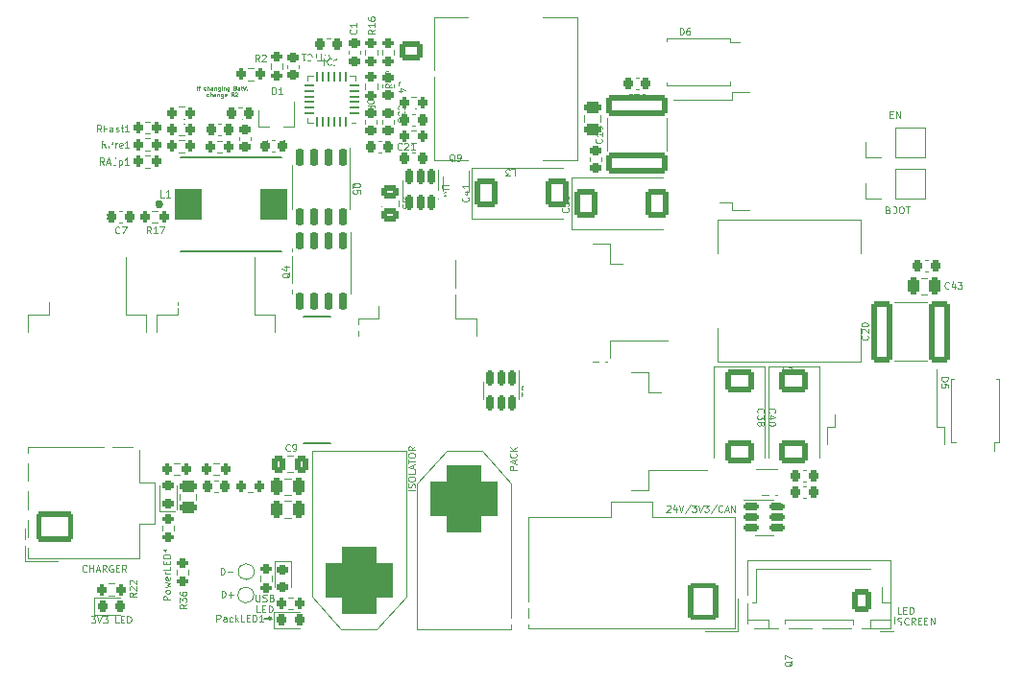
<source format=gbr>
%TF.GenerationSoftware,KiCad,Pcbnew,(6.0.1-0)*%
%TF.CreationDate,2022-08-02T01:53:12+01:00*%
%TF.ProjectId,powerboard_sc21_as25,706f7765-7262-46f6-9172-645f73633231,rev?*%
%TF.SameCoordinates,Original*%
%TF.FileFunction,Legend,Top*%
%TF.FilePolarity,Positive*%
%FSLAX46Y46*%
G04 Gerber Fmt 4.6, Leading zero omitted, Abs format (unit mm)*
G04 Created by KiCad (PCBNEW (6.0.1-0)) date 2022-08-02 01:53:12*
%MOMM*%
%LPD*%
G01*
G04 APERTURE LIST*
G04 Aperture macros list*
%AMRoundRect*
0 Rectangle with rounded corners*
0 $1 Rounding radius*
0 $2 $3 $4 $5 $6 $7 $8 $9 X,Y pos of 4 corners*
0 Add a 4 corners polygon primitive as box body*
4,1,4,$2,$3,$4,$5,$6,$7,$8,$9,$2,$3,0*
0 Add four circle primitives for the rounded corners*
1,1,$1+$1,$2,$3*
1,1,$1+$1,$4,$5*
1,1,$1+$1,$6,$7*
1,1,$1+$1,$8,$9*
0 Add four rect primitives between the rounded corners*
20,1,$1+$1,$2,$3,$4,$5,0*
20,1,$1+$1,$4,$5,$6,$7,0*
20,1,$1+$1,$6,$7,$8,$9,0*
20,1,$1+$1,$8,$9,$2,$3,0*%
G04 Aperture macros list end*
%ADD10C,0.150000*%
%ADD11C,0.100000*%
%ADD12C,0.070000*%
%ADD13C,0.120000*%
%ADD14C,0.127000*%
%ADD15C,0.300000*%
%ADD16RoundRect,0.200000X0.200000X0.275000X-0.200000X0.275000X-0.200000X-0.275000X0.200000X-0.275000X0*%
%ADD17RoundRect,0.225000X-0.225000X-0.250000X0.225000X-0.250000X0.225000X0.250000X-0.225000X0.250000X0*%
%ADD18R,5.400000X2.900000*%
%ADD19RoundRect,0.218750X-0.218750X-0.256250X0.218750X-0.256250X0.218750X0.256250X-0.218750X0.256250X0*%
%ADD20RoundRect,0.062500X0.325000X0.062500X-0.325000X0.062500X-0.325000X-0.062500X0.325000X-0.062500X0*%
%ADD21RoundRect,0.062500X0.062500X0.325000X-0.062500X0.325000X-0.062500X-0.325000X0.062500X-0.325000X0*%
%ADD22R,2.450000X2.450000*%
%ADD23RoundRect,1.500000X-1.500000X1.500000X-1.500000X-1.500000X1.500000X-1.500000X1.500000X1.500000X0*%
%ADD24C,6.000000*%
%ADD25RoundRect,0.225000X0.225000X0.250000X-0.225000X0.250000X-0.225000X-0.250000X0.225000X-0.250000X0*%
%ADD26RoundRect,0.250000X0.250000X0.475000X-0.250000X0.475000X-0.250000X-0.475000X0.250000X-0.475000X0*%
%ADD27RoundRect,0.150000X-0.150000X0.650000X-0.150000X-0.650000X0.150000X-0.650000X0.150000X0.650000X0*%
%ADD28R,3.100000X2.410000*%
%ADD29RoundRect,0.200000X-0.275000X0.200000X-0.275000X-0.200000X0.275000X-0.200000X0.275000X0.200000X0*%
%ADD30R,1.100000X4.600000*%
%ADD31R,10.800000X9.400000*%
%ADD32RoundRect,0.225000X0.250000X-0.225000X0.250000X0.225000X-0.250000X0.225000X-0.250000X-0.225000X0*%
%ADD33R,1.440000X11.220000*%
%ADD34RoundRect,0.250001X1.399999X-1.099999X1.399999X1.099999X-1.399999X1.099999X-1.399999X-1.099999X0*%
%ADD35O,3.300000X2.700000*%
%ADD36RoundRect,0.250000X-0.787500X-1.025000X0.787500X-1.025000X0.787500X1.025000X-0.787500X1.025000X0*%
%ADD37RoundRect,0.250000X-0.475000X0.250000X-0.475000X-0.250000X0.475000X-0.250000X0.475000X0.250000X0*%
%ADD38RoundRect,0.250001X1.099999X1.399999X-1.099999X1.399999X-1.099999X-1.399999X1.099999X-1.399999X0*%
%ADD39O,2.700000X3.300000*%
%ADD40C,1.000000*%
%ADD41R,0.950000X1.000000*%
%ADD42R,3.200000X4.900000*%
%ADD43RoundRect,0.225000X-0.250000X0.225000X-0.250000X-0.225000X0.250000X-0.225000X0.250000X0.225000X0*%
%ADD44RoundRect,0.200000X-0.200000X-0.275000X0.200000X-0.275000X0.200000X0.275000X-0.200000X0.275000X0*%
%ADD45C,5.600000*%
%ADD46R,0.650000X0.400000*%
%ADD47RoundRect,0.250000X-1.025000X0.787500X-1.025000X-0.787500X1.025000X-0.787500X1.025000X0.787500X0*%
%ADD48R,1.700000X1.700000*%
%ADD49O,1.700000X1.700000*%
%ADD50RoundRect,0.250000X0.650000X2.450000X-0.650000X2.450000X-0.650000X-2.450000X0.650000X-2.450000X0*%
%ADD51R,0.400000X0.650000*%
%ADD52C,1.200000*%
%ADD53RoundRect,0.250000X0.600000X0.725000X-0.600000X0.725000X-0.600000X-0.725000X0.600000X-0.725000X0*%
%ADD54O,1.700000X1.950000*%
%ADD55RoundRect,0.250000X-2.450000X0.650000X-2.450000X-0.650000X2.450000X-0.650000X2.450000X0.650000X0*%
%ADD56RoundRect,0.218750X0.256250X-0.218750X0.256250X0.218750X-0.256250X0.218750X-0.256250X-0.218750X0*%
%ADD57RoundRect,0.200000X0.275000X-0.200000X0.275000X0.200000X-0.275000X0.200000X-0.275000X-0.200000X0*%
%ADD58RoundRect,0.218750X-0.256250X0.218750X-0.256250X-0.218750X0.256250X-0.218750X0.256250X0.218750X0*%
%ADD59RoundRect,0.250000X0.337500X0.475000X-0.337500X0.475000X-0.337500X-0.475000X0.337500X-0.475000X0*%
%ADD60RoundRect,0.250000X0.475000X-0.337500X0.475000X0.337500X-0.475000X0.337500X-0.475000X-0.337500X0*%
%ADD61R,4.600000X0.800000*%
%ADD62R,9.400000X10.800000*%
%ADD63R,1.000000X0.950000*%
%ADD64R,4.900000X3.200000*%
%ADD65R,0.800000X4.600000*%
%ADD66RoundRect,0.150000X-0.512500X-0.150000X0.512500X-0.150000X0.512500X0.150000X-0.512500X0.150000X0*%
%ADD67RoundRect,1.210000X0.000000X-1.335000X0.000000X1.335000X0.000000X1.335000X0.000000X-1.335000X0*%
%ADD68RoundRect,1.500000X1.500000X-1.500000X1.500000X1.500000X-1.500000X1.500000X-1.500000X-1.500000X0*%
%ADD69R,4.600000X1.100000*%
%ADD70R,0.800000X0.900000*%
%ADD71RoundRect,0.150000X-0.150000X0.512500X-0.150000X-0.512500X0.150000X-0.512500X0.150000X0.512500X0*%
%ADD72R,2.900000X5.400000*%
%ADD73RoundRect,0.250000X-0.750000X0.600000X-0.750000X-0.600000X0.750000X-0.600000X0.750000X0.600000X0*%
%ADD74O,2.000000X1.700000*%
%ADD75C,0.700000*%
%ADD76O,0.900000X2.400000*%
%ADD77O,0.900000X1.700000*%
%ADD78C,0.800000*%
%ADD79C,0.600000*%
G04 APERTURE END LIST*
D10*
X70870000Y-81630000D02*
X70680000Y-81470000D01*
X70250000Y-81630000D02*
X70870000Y-81630000D01*
X70868698Y-81630074D02*
X70708698Y-81770074D01*
D11*
X125185714Y-45557142D02*
X125271428Y-45585714D01*
X125300000Y-45614285D01*
X125328571Y-45671428D01*
X125328571Y-45757142D01*
X125300000Y-45814285D01*
X125271428Y-45842857D01*
X125214285Y-45871428D01*
X124985714Y-45871428D01*
X124985714Y-45271428D01*
X125185714Y-45271428D01*
X125242857Y-45300000D01*
X125271428Y-45328571D01*
X125300000Y-45385714D01*
X125300000Y-45442857D01*
X125271428Y-45500000D01*
X125242857Y-45528571D01*
X125185714Y-45557142D01*
X124985714Y-45557142D01*
X125700000Y-45271428D02*
X125814285Y-45271428D01*
X125871428Y-45300000D01*
X125928571Y-45357142D01*
X125957142Y-45471428D01*
X125957142Y-45671428D01*
X125928571Y-45785714D01*
X125871428Y-45842857D01*
X125814285Y-45871428D01*
X125700000Y-45871428D01*
X125642857Y-45842857D01*
X125585714Y-45785714D01*
X125557142Y-45671428D01*
X125557142Y-45471428D01*
X125585714Y-45357142D01*
X125642857Y-45300000D01*
X125700000Y-45271428D01*
X126328571Y-45271428D02*
X126442857Y-45271428D01*
X126500000Y-45300000D01*
X126557142Y-45357142D01*
X126585714Y-45471428D01*
X126585714Y-45671428D01*
X126557142Y-45785714D01*
X126500000Y-45842857D01*
X126442857Y-45871428D01*
X126328571Y-45871428D01*
X126271428Y-45842857D01*
X126214285Y-45785714D01*
X126185714Y-45671428D01*
X126185714Y-45471428D01*
X126214285Y-45357142D01*
X126271428Y-45300000D01*
X126328571Y-45271428D01*
X126757142Y-45271428D02*
X127100000Y-45271428D01*
X126928571Y-45871428D02*
X126928571Y-45271428D01*
X54954285Y-81421428D02*
X55325714Y-81421428D01*
X55125714Y-81650000D01*
X55211428Y-81650000D01*
X55268571Y-81678571D01*
X55297142Y-81707142D01*
X55325714Y-81764285D01*
X55325714Y-81907142D01*
X55297142Y-81964285D01*
X55268571Y-81992857D01*
X55211428Y-82021428D01*
X55040000Y-82021428D01*
X54982857Y-81992857D01*
X54954285Y-81964285D01*
X55497142Y-81421428D02*
X55697142Y-82021428D01*
X55897142Y-81421428D01*
X56040000Y-81421428D02*
X56411428Y-81421428D01*
X56211428Y-81650000D01*
X56297142Y-81650000D01*
X56354285Y-81678571D01*
X56382857Y-81707142D01*
X56411428Y-81764285D01*
X56411428Y-81907142D01*
X56382857Y-81964285D01*
X56354285Y-81992857D01*
X56297142Y-82021428D01*
X56125714Y-82021428D01*
X56068571Y-81992857D01*
X56040000Y-81964285D01*
X57411428Y-82021428D02*
X57125714Y-82021428D01*
X57125714Y-81421428D01*
X57611428Y-81707142D02*
X57811428Y-81707142D01*
X57897142Y-82021428D02*
X57611428Y-82021428D01*
X57611428Y-81421428D01*
X57897142Y-81421428D01*
X58154285Y-82021428D02*
X58154285Y-81421428D01*
X58297142Y-81421428D01*
X58382857Y-81450000D01*
X58440000Y-81507142D01*
X58468571Y-81564285D01*
X58497142Y-81678571D01*
X58497142Y-81764285D01*
X58468571Y-81878571D01*
X58440000Y-81935714D01*
X58382857Y-81992857D01*
X58297142Y-82021428D01*
X58154285Y-82021428D01*
X92471428Y-68514285D02*
X91871428Y-68514285D01*
X91871428Y-68285714D01*
X91900000Y-68228571D01*
X91928571Y-68200000D01*
X91985714Y-68171428D01*
X92071428Y-68171428D01*
X92128571Y-68200000D01*
X92157142Y-68228571D01*
X92185714Y-68285714D01*
X92185714Y-68514285D01*
X92300000Y-67942857D02*
X92300000Y-67657142D01*
X92471428Y-68000000D02*
X91871428Y-67800000D01*
X92471428Y-67600000D01*
X92414285Y-67057142D02*
X92442857Y-67085714D01*
X92471428Y-67171428D01*
X92471428Y-67228571D01*
X92442857Y-67314285D01*
X92385714Y-67371428D01*
X92328571Y-67400000D01*
X92214285Y-67428571D01*
X92128571Y-67428571D01*
X92014285Y-67400000D01*
X91957142Y-67371428D01*
X91900000Y-67314285D01*
X91871428Y-67228571D01*
X91871428Y-67171428D01*
X91900000Y-67085714D01*
X91928571Y-67057142D01*
X92471428Y-66800000D02*
X91871428Y-66800000D01*
X92471428Y-66457142D02*
X92128571Y-66714285D01*
X91871428Y-66457142D02*
X92214285Y-66800000D01*
X125357142Y-37157142D02*
X125557142Y-37157142D01*
X125642857Y-37471428D02*
X125357142Y-37471428D01*
X125357142Y-36871428D01*
X125642857Y-36871428D01*
X125900000Y-37471428D02*
X125900000Y-36871428D01*
X126242857Y-37471428D01*
X126242857Y-36871428D01*
X126368571Y-81213428D02*
X126082857Y-81213428D01*
X126082857Y-80613428D01*
X126568571Y-80899142D02*
X126768571Y-80899142D01*
X126854285Y-81213428D02*
X126568571Y-81213428D01*
X126568571Y-80613428D01*
X126854285Y-80613428D01*
X127111428Y-81213428D02*
X127111428Y-80613428D01*
X127254285Y-80613428D01*
X127340000Y-80642000D01*
X127397142Y-80699142D01*
X127425714Y-80756285D01*
X127454285Y-80870571D01*
X127454285Y-80956285D01*
X127425714Y-81070571D01*
X127397142Y-81127714D01*
X127340000Y-81184857D01*
X127254285Y-81213428D01*
X127111428Y-81213428D01*
X126054285Y-82150857D02*
X126140000Y-82179428D01*
X126282857Y-82179428D01*
X126340000Y-82150857D01*
X126368571Y-82122285D01*
X126397142Y-82065142D01*
X126397142Y-82008000D01*
X126368571Y-81950857D01*
X126340000Y-81922285D01*
X126282857Y-81893714D01*
X126168571Y-81865142D01*
X126111428Y-81836571D01*
X126082857Y-81808000D01*
X126054285Y-81750857D01*
X126054285Y-81693714D01*
X126082857Y-81636571D01*
X126111428Y-81608000D01*
X126168571Y-81579428D01*
X126311428Y-81579428D01*
X126397142Y-81608000D01*
X126997142Y-82122285D02*
X126968571Y-82150857D01*
X126882857Y-82179428D01*
X126825714Y-82179428D01*
X126740000Y-82150857D01*
X126682857Y-82093714D01*
X126654285Y-82036571D01*
X126625714Y-81922285D01*
X126625714Y-81836571D01*
X126654285Y-81722285D01*
X126682857Y-81665142D01*
X126740000Y-81608000D01*
X126825714Y-81579428D01*
X126882857Y-81579428D01*
X126968571Y-81608000D01*
X126997142Y-81636571D01*
X127597142Y-82179428D02*
X127397142Y-81893714D01*
X127254285Y-82179428D02*
X127254285Y-81579428D01*
X127482857Y-81579428D01*
X127540000Y-81608000D01*
X127568571Y-81636571D01*
X127597142Y-81693714D01*
X127597142Y-81779428D01*
X127568571Y-81836571D01*
X127540000Y-81865142D01*
X127482857Y-81893714D01*
X127254285Y-81893714D01*
X127854285Y-81865142D02*
X128054285Y-81865142D01*
X128140000Y-82179428D02*
X127854285Y-82179428D01*
X127854285Y-81579428D01*
X128140000Y-81579428D01*
X128397142Y-81865142D02*
X128597142Y-81865142D01*
X128682857Y-82179428D02*
X128397142Y-82179428D01*
X128397142Y-81579428D01*
X128682857Y-81579428D01*
X128940000Y-82179428D02*
X128940000Y-81579428D01*
X129282857Y-82179428D01*
X129282857Y-81579428D01*
X66471428Y-79771428D02*
X66471428Y-79171428D01*
X66614285Y-79171428D01*
X66700000Y-79200000D01*
X66757142Y-79257142D01*
X66785714Y-79314285D01*
X66814285Y-79428571D01*
X66814285Y-79514285D01*
X66785714Y-79628571D01*
X66757142Y-79685714D01*
X66700000Y-79742857D01*
X66614285Y-79771428D01*
X66471428Y-79771428D01*
X67071428Y-79542857D02*
X67528571Y-79542857D01*
X67300000Y-79771428D02*
X67300000Y-79314285D01*
X69492857Y-79518428D02*
X69492857Y-80004142D01*
X69521428Y-80061285D01*
X69550000Y-80089857D01*
X69607142Y-80118428D01*
X69721428Y-80118428D01*
X69778571Y-80089857D01*
X69807142Y-80061285D01*
X69835714Y-80004142D01*
X69835714Y-79518428D01*
X70092857Y-80089857D02*
X70178571Y-80118428D01*
X70321428Y-80118428D01*
X70378571Y-80089857D01*
X70407142Y-80061285D01*
X70435714Y-80004142D01*
X70435714Y-79947000D01*
X70407142Y-79889857D01*
X70378571Y-79861285D01*
X70321428Y-79832714D01*
X70207142Y-79804142D01*
X70150000Y-79775571D01*
X70121428Y-79747000D01*
X70092857Y-79689857D01*
X70092857Y-79632714D01*
X70121428Y-79575571D01*
X70150000Y-79547000D01*
X70207142Y-79518428D01*
X70350000Y-79518428D01*
X70435714Y-79547000D01*
X70892857Y-79804142D02*
X70978571Y-79832714D01*
X71007142Y-79861285D01*
X71035714Y-79918428D01*
X71035714Y-80004142D01*
X71007142Y-80061285D01*
X70978571Y-80089857D01*
X70921428Y-80118428D01*
X70692857Y-80118428D01*
X70692857Y-79518428D01*
X70892857Y-79518428D01*
X70950000Y-79547000D01*
X70978571Y-79575571D01*
X71007142Y-79632714D01*
X71007142Y-79689857D01*
X70978571Y-79747000D01*
X70950000Y-79775571D01*
X70892857Y-79804142D01*
X70692857Y-79804142D01*
X69864285Y-81084428D02*
X69578571Y-81084428D01*
X69578571Y-80484428D01*
X70064285Y-80770142D02*
X70264285Y-80770142D01*
X70350000Y-81084428D02*
X70064285Y-81084428D01*
X70064285Y-80484428D01*
X70350000Y-80484428D01*
X70607142Y-81084428D02*
X70607142Y-80484428D01*
X70750000Y-80484428D01*
X70835714Y-80513000D01*
X70892857Y-80570142D01*
X70921428Y-80627285D01*
X70950000Y-80741571D01*
X70950000Y-80827285D01*
X70921428Y-80941571D01*
X70892857Y-80998714D01*
X70835714Y-81055857D01*
X70750000Y-81084428D01*
X70607142Y-81084428D01*
D12*
X64283333Y-34976583D02*
X64283333Y-34626583D01*
X64400000Y-34743250D02*
X64533333Y-34743250D01*
X64450000Y-34976583D02*
X64450000Y-34676583D01*
X64466666Y-34643250D01*
X64500000Y-34626583D01*
X64533333Y-34626583D01*
X65066666Y-34959916D02*
X65033333Y-34976583D01*
X64966666Y-34976583D01*
X64933333Y-34959916D01*
X64916666Y-34943250D01*
X64900000Y-34909916D01*
X64900000Y-34809916D01*
X64916666Y-34776583D01*
X64933333Y-34759916D01*
X64966666Y-34743250D01*
X65033333Y-34743250D01*
X65066666Y-34759916D01*
X65216666Y-34976583D02*
X65216666Y-34626583D01*
X65366666Y-34976583D02*
X65366666Y-34793250D01*
X65350000Y-34759916D01*
X65316666Y-34743250D01*
X65266666Y-34743250D01*
X65233333Y-34759916D01*
X65216666Y-34776583D01*
X65683333Y-34976583D02*
X65683333Y-34793250D01*
X65666666Y-34759916D01*
X65633333Y-34743250D01*
X65566666Y-34743250D01*
X65533333Y-34759916D01*
X65683333Y-34959916D02*
X65650000Y-34976583D01*
X65566666Y-34976583D01*
X65533333Y-34959916D01*
X65516666Y-34926583D01*
X65516666Y-34893250D01*
X65533333Y-34859916D01*
X65566666Y-34843250D01*
X65650000Y-34843250D01*
X65683333Y-34826583D01*
X65850000Y-34743250D02*
X65850000Y-34976583D01*
X65850000Y-34776583D02*
X65866666Y-34759916D01*
X65900000Y-34743250D01*
X65950000Y-34743250D01*
X65983333Y-34759916D01*
X66000000Y-34793250D01*
X66000000Y-34976583D01*
X66316666Y-34743250D02*
X66316666Y-35026583D01*
X66300000Y-35059916D01*
X66283333Y-35076583D01*
X66250000Y-35093250D01*
X66200000Y-35093250D01*
X66166666Y-35076583D01*
X66316666Y-34959916D02*
X66283333Y-34976583D01*
X66216666Y-34976583D01*
X66183333Y-34959916D01*
X66166666Y-34943250D01*
X66150000Y-34909916D01*
X66150000Y-34809916D01*
X66166666Y-34776583D01*
X66183333Y-34759916D01*
X66216666Y-34743250D01*
X66283333Y-34743250D01*
X66316666Y-34759916D01*
X66483333Y-34976583D02*
X66483333Y-34743250D01*
X66483333Y-34626583D02*
X66466666Y-34643250D01*
X66483333Y-34659916D01*
X66500000Y-34643250D01*
X66483333Y-34626583D01*
X66483333Y-34659916D01*
X66650000Y-34743250D02*
X66650000Y-34976583D01*
X66650000Y-34776583D02*
X66666666Y-34759916D01*
X66700000Y-34743250D01*
X66750000Y-34743250D01*
X66783333Y-34759916D01*
X66800000Y-34793250D01*
X66800000Y-34976583D01*
X67116666Y-34743250D02*
X67116666Y-35026583D01*
X67100000Y-35059916D01*
X67083333Y-35076583D01*
X67050000Y-35093250D01*
X67000000Y-35093250D01*
X66966666Y-35076583D01*
X67116666Y-34959916D02*
X67083333Y-34976583D01*
X67016666Y-34976583D01*
X66983333Y-34959916D01*
X66966666Y-34943250D01*
X66950000Y-34909916D01*
X66950000Y-34809916D01*
X66966666Y-34776583D01*
X66983333Y-34759916D01*
X67016666Y-34743250D01*
X67083333Y-34743250D01*
X67116666Y-34759916D01*
X67666666Y-34793250D02*
X67716666Y-34809916D01*
X67733333Y-34826583D01*
X67750000Y-34859916D01*
X67750000Y-34909916D01*
X67733333Y-34943250D01*
X67716666Y-34959916D01*
X67683333Y-34976583D01*
X67550000Y-34976583D01*
X67550000Y-34626583D01*
X67666666Y-34626583D01*
X67700000Y-34643250D01*
X67716666Y-34659916D01*
X67733333Y-34693250D01*
X67733333Y-34726583D01*
X67716666Y-34759916D01*
X67700000Y-34776583D01*
X67666666Y-34793250D01*
X67550000Y-34793250D01*
X68050000Y-34976583D02*
X68050000Y-34793250D01*
X68033333Y-34759916D01*
X68000000Y-34743250D01*
X67933333Y-34743250D01*
X67900000Y-34759916D01*
X68050000Y-34959916D02*
X68016666Y-34976583D01*
X67933333Y-34976583D01*
X67900000Y-34959916D01*
X67883333Y-34926583D01*
X67883333Y-34893250D01*
X67900000Y-34859916D01*
X67933333Y-34843250D01*
X68016666Y-34843250D01*
X68050000Y-34826583D01*
X68166666Y-34743250D02*
X68300000Y-34743250D01*
X68216666Y-34626583D02*
X68216666Y-34926583D01*
X68233333Y-34959916D01*
X68266666Y-34976583D01*
X68300000Y-34976583D01*
X68366666Y-34626583D02*
X68483333Y-34976583D01*
X68600000Y-34626583D01*
X68733333Y-34959916D02*
X68733333Y-34976583D01*
X68716666Y-35009916D01*
X68700000Y-35026583D01*
X65325000Y-35523416D02*
X65291666Y-35540083D01*
X65225000Y-35540083D01*
X65191666Y-35523416D01*
X65175000Y-35506750D01*
X65158333Y-35473416D01*
X65158333Y-35373416D01*
X65175000Y-35340083D01*
X65191666Y-35323416D01*
X65225000Y-35306750D01*
X65291666Y-35306750D01*
X65325000Y-35323416D01*
X65475000Y-35540083D02*
X65475000Y-35190083D01*
X65625000Y-35540083D02*
X65625000Y-35356750D01*
X65608333Y-35323416D01*
X65575000Y-35306750D01*
X65525000Y-35306750D01*
X65491666Y-35323416D01*
X65475000Y-35340083D01*
X65941666Y-35540083D02*
X65941666Y-35356750D01*
X65925000Y-35323416D01*
X65891666Y-35306750D01*
X65825000Y-35306750D01*
X65791666Y-35323416D01*
X65941666Y-35523416D02*
X65908333Y-35540083D01*
X65825000Y-35540083D01*
X65791666Y-35523416D01*
X65775000Y-35490083D01*
X65775000Y-35456750D01*
X65791666Y-35423416D01*
X65825000Y-35406750D01*
X65908333Y-35406750D01*
X65941666Y-35390083D01*
X66108333Y-35306750D02*
X66108333Y-35540083D01*
X66108333Y-35340083D02*
X66125000Y-35323416D01*
X66158333Y-35306750D01*
X66208333Y-35306750D01*
X66241666Y-35323416D01*
X66258333Y-35356750D01*
X66258333Y-35540083D01*
X66575000Y-35306750D02*
X66575000Y-35590083D01*
X66558333Y-35623416D01*
X66541666Y-35640083D01*
X66508333Y-35656750D01*
X66458333Y-35656750D01*
X66425000Y-35640083D01*
X66575000Y-35523416D02*
X66541666Y-35540083D01*
X66475000Y-35540083D01*
X66441666Y-35523416D01*
X66425000Y-35506750D01*
X66408333Y-35473416D01*
X66408333Y-35373416D01*
X66425000Y-35340083D01*
X66441666Y-35323416D01*
X66475000Y-35306750D01*
X66541666Y-35306750D01*
X66575000Y-35323416D01*
X66875000Y-35523416D02*
X66841666Y-35540083D01*
X66775000Y-35540083D01*
X66741666Y-35523416D01*
X66725000Y-35490083D01*
X66725000Y-35356750D01*
X66741666Y-35323416D01*
X66775000Y-35306750D01*
X66841666Y-35306750D01*
X66875000Y-35323416D01*
X66891666Y-35356750D01*
X66891666Y-35390083D01*
X66725000Y-35423416D01*
X67508333Y-35540083D02*
X67391666Y-35373416D01*
X67308333Y-35540083D02*
X67308333Y-35190083D01*
X67441666Y-35190083D01*
X67475000Y-35206750D01*
X67491666Y-35223416D01*
X67508333Y-35256750D01*
X67508333Y-35306750D01*
X67491666Y-35340083D01*
X67475000Y-35356750D01*
X67441666Y-35373416D01*
X67308333Y-35373416D01*
X67641666Y-35223416D02*
X67658333Y-35206750D01*
X67691666Y-35190083D01*
X67775000Y-35190083D01*
X67808333Y-35206750D01*
X67825000Y-35223416D01*
X67841666Y-35256750D01*
X67841666Y-35290083D01*
X67825000Y-35340083D01*
X67625000Y-35540083D01*
X67841666Y-35540083D01*
D11*
X54567857Y-77464285D02*
X54539285Y-77492857D01*
X54453571Y-77521428D01*
X54396428Y-77521428D01*
X54310714Y-77492857D01*
X54253571Y-77435714D01*
X54225000Y-77378571D01*
X54196428Y-77264285D01*
X54196428Y-77178571D01*
X54225000Y-77064285D01*
X54253571Y-77007142D01*
X54310714Y-76950000D01*
X54396428Y-76921428D01*
X54453571Y-76921428D01*
X54539285Y-76950000D01*
X54567857Y-76978571D01*
X54825000Y-77521428D02*
X54825000Y-76921428D01*
X54825000Y-77207142D02*
X55167857Y-77207142D01*
X55167857Y-77521428D02*
X55167857Y-76921428D01*
X55425000Y-77350000D02*
X55710714Y-77350000D01*
X55367857Y-77521428D02*
X55567857Y-76921428D01*
X55767857Y-77521428D01*
X56310714Y-77521428D02*
X56110714Y-77235714D01*
X55967857Y-77521428D02*
X55967857Y-76921428D01*
X56196428Y-76921428D01*
X56253571Y-76950000D01*
X56282142Y-76978571D01*
X56310714Y-77035714D01*
X56310714Y-77121428D01*
X56282142Y-77178571D01*
X56253571Y-77207142D01*
X56196428Y-77235714D01*
X55967857Y-77235714D01*
X56882142Y-76950000D02*
X56825000Y-76921428D01*
X56739285Y-76921428D01*
X56653571Y-76950000D01*
X56596428Y-77007142D01*
X56567857Y-77064285D01*
X56539285Y-77178571D01*
X56539285Y-77264285D01*
X56567857Y-77378571D01*
X56596428Y-77435714D01*
X56653571Y-77492857D01*
X56739285Y-77521428D01*
X56796428Y-77521428D01*
X56882142Y-77492857D01*
X56910714Y-77464285D01*
X56910714Y-77264285D01*
X56796428Y-77264285D01*
X57167857Y-77207142D02*
X57367857Y-77207142D01*
X57453571Y-77521428D02*
X57167857Y-77521428D01*
X57167857Y-76921428D01*
X57453571Y-76921428D01*
X58053571Y-77521428D02*
X57853571Y-77235714D01*
X57710714Y-77521428D02*
X57710714Y-76921428D01*
X57939285Y-76921428D01*
X57996428Y-76950000D01*
X58025000Y-76978571D01*
X58053571Y-77035714D01*
X58053571Y-77121428D01*
X58025000Y-77178571D01*
X57996428Y-77207142D01*
X57939285Y-77235714D01*
X57710714Y-77235714D01*
X66371428Y-77771428D02*
X66371428Y-77171428D01*
X66514285Y-77171428D01*
X66600000Y-77200000D01*
X66657142Y-77257142D01*
X66685714Y-77314285D01*
X66714285Y-77428571D01*
X66714285Y-77514285D01*
X66685714Y-77628571D01*
X66657142Y-77685714D01*
X66600000Y-77742857D01*
X66514285Y-77771428D01*
X66371428Y-77771428D01*
X66971428Y-77542857D02*
X67428571Y-77542857D01*
X83521428Y-70342857D02*
X82921428Y-70342857D01*
X83492857Y-70085714D02*
X83521428Y-70000000D01*
X83521428Y-69857142D01*
X83492857Y-69800000D01*
X83464285Y-69771428D01*
X83407142Y-69742857D01*
X83350000Y-69742857D01*
X83292857Y-69771428D01*
X83264285Y-69800000D01*
X83235714Y-69857142D01*
X83207142Y-69971428D01*
X83178571Y-70028571D01*
X83150000Y-70057142D01*
X83092857Y-70085714D01*
X83035714Y-70085714D01*
X82978571Y-70057142D01*
X82950000Y-70028571D01*
X82921428Y-69971428D01*
X82921428Y-69828571D01*
X82950000Y-69742857D01*
X82921428Y-69371428D02*
X82921428Y-69257142D01*
X82950000Y-69200000D01*
X83007142Y-69142857D01*
X83121428Y-69114285D01*
X83321428Y-69114285D01*
X83435714Y-69142857D01*
X83492857Y-69200000D01*
X83521428Y-69257142D01*
X83521428Y-69371428D01*
X83492857Y-69428571D01*
X83435714Y-69485714D01*
X83321428Y-69514285D01*
X83121428Y-69514285D01*
X83007142Y-69485714D01*
X82950000Y-69428571D01*
X82921428Y-69371428D01*
X83521428Y-68571428D02*
X83521428Y-68857142D01*
X82921428Y-68857142D01*
X83350000Y-68400000D02*
X83350000Y-68114285D01*
X83521428Y-68457142D02*
X82921428Y-68257142D01*
X83521428Y-68057142D01*
X82921428Y-67942857D02*
X82921428Y-67600000D01*
X83521428Y-67771428D02*
X82921428Y-67771428D01*
X82921428Y-67285714D02*
X82921428Y-67171428D01*
X82950000Y-67114285D01*
X83007142Y-67057142D01*
X83121428Y-67028571D01*
X83321428Y-67028571D01*
X83435714Y-67057142D01*
X83492857Y-67114285D01*
X83521428Y-67171428D01*
X83521428Y-67285714D01*
X83492857Y-67342857D01*
X83435714Y-67400000D01*
X83321428Y-67428571D01*
X83121428Y-67428571D01*
X83007142Y-67400000D01*
X82950000Y-67342857D01*
X82921428Y-67285714D01*
X83521428Y-66428571D02*
X83235714Y-66628571D01*
X83521428Y-66771428D02*
X82921428Y-66771428D01*
X82921428Y-66542857D01*
X82950000Y-66485714D01*
X82978571Y-66457142D01*
X83035714Y-66428571D01*
X83121428Y-66428571D01*
X83178571Y-66457142D01*
X83207142Y-66485714D01*
X83235714Y-66542857D01*
X83235714Y-66771428D01*
X105682142Y-71678571D02*
X105710714Y-71650000D01*
X105767857Y-71621428D01*
X105910714Y-71621428D01*
X105967857Y-71650000D01*
X105996428Y-71678571D01*
X106025000Y-71735714D01*
X106025000Y-71792857D01*
X105996428Y-71878571D01*
X105653571Y-72221428D01*
X106025000Y-72221428D01*
X106539285Y-71821428D02*
X106539285Y-72221428D01*
X106396428Y-71592857D02*
X106253571Y-72021428D01*
X106625000Y-72021428D01*
X106767857Y-71621428D02*
X106967857Y-72221428D01*
X107167857Y-71621428D01*
X107796428Y-71592857D02*
X107282142Y-72364285D01*
X107939285Y-71621428D02*
X108310714Y-71621428D01*
X108110714Y-71850000D01*
X108196428Y-71850000D01*
X108253571Y-71878571D01*
X108282142Y-71907142D01*
X108310714Y-71964285D01*
X108310714Y-72107142D01*
X108282142Y-72164285D01*
X108253571Y-72192857D01*
X108196428Y-72221428D01*
X108025000Y-72221428D01*
X107967857Y-72192857D01*
X107939285Y-72164285D01*
X108482142Y-71621428D02*
X108682142Y-72221428D01*
X108882142Y-71621428D01*
X109025000Y-71621428D02*
X109396428Y-71621428D01*
X109196428Y-71850000D01*
X109282142Y-71850000D01*
X109339285Y-71878571D01*
X109367857Y-71907142D01*
X109396428Y-71964285D01*
X109396428Y-72107142D01*
X109367857Y-72164285D01*
X109339285Y-72192857D01*
X109282142Y-72221428D01*
X109110714Y-72221428D01*
X109053571Y-72192857D01*
X109025000Y-72164285D01*
X110082142Y-71592857D02*
X109567857Y-72364285D01*
X110625000Y-72164285D02*
X110596428Y-72192857D01*
X110510714Y-72221428D01*
X110453571Y-72221428D01*
X110367857Y-72192857D01*
X110310714Y-72135714D01*
X110282142Y-72078571D01*
X110253571Y-71964285D01*
X110253571Y-71878571D01*
X110282142Y-71764285D01*
X110310714Y-71707142D01*
X110367857Y-71650000D01*
X110453571Y-71621428D01*
X110510714Y-71621428D01*
X110596428Y-71650000D01*
X110625000Y-71678571D01*
X110853571Y-72050000D02*
X111139285Y-72050000D01*
X110796428Y-72221428D02*
X110996428Y-71621428D01*
X111196428Y-72221428D01*
X111396428Y-72221428D02*
X111396428Y-71621428D01*
X111739285Y-72221428D01*
X111739285Y-71621428D01*
%TO.C,R22*%
X58941428Y-79375714D02*
X58655714Y-79575714D01*
X58941428Y-79718571D02*
X58341428Y-79718571D01*
X58341428Y-79490000D01*
X58370000Y-79432857D01*
X58398571Y-79404285D01*
X58455714Y-79375714D01*
X58541428Y-79375714D01*
X58598571Y-79404285D01*
X58627142Y-79432857D01*
X58655714Y-79490000D01*
X58655714Y-79718571D01*
X58398571Y-79147142D02*
X58370000Y-79118571D01*
X58341428Y-79061428D01*
X58341428Y-78918571D01*
X58370000Y-78861428D01*
X58398571Y-78832857D01*
X58455714Y-78804285D01*
X58512857Y-78804285D01*
X58598571Y-78832857D01*
X58941428Y-79175714D01*
X58941428Y-78804285D01*
X58398571Y-78575714D02*
X58370000Y-78547142D01*
X58341428Y-78490000D01*
X58341428Y-78347142D01*
X58370000Y-78290000D01*
X58398571Y-78261428D01*
X58455714Y-78232857D01*
X58512857Y-78232857D01*
X58598571Y-78261428D01*
X58941428Y-78604285D01*
X58941428Y-78232857D01*
%TO.C,L3*%
X92015000Y-41963571D02*
X92300714Y-41963571D01*
X92300714Y-42563571D01*
X91872142Y-42563571D02*
X91500714Y-42563571D01*
X91700714Y-42335000D01*
X91615000Y-42335000D01*
X91557857Y-42306428D01*
X91529285Y-42277857D01*
X91500714Y-42220714D01*
X91500714Y-42077857D01*
X91529285Y-42020714D01*
X91557857Y-41992142D01*
X91615000Y-41963571D01*
X91786428Y-41963571D01*
X91843571Y-41992142D01*
X91872142Y-42020714D01*
%TO.C,PackLED1*%
X66031428Y-81911428D02*
X66031428Y-81311428D01*
X66260000Y-81311428D01*
X66317142Y-81340000D01*
X66345714Y-81368571D01*
X66374285Y-81425714D01*
X66374285Y-81511428D01*
X66345714Y-81568571D01*
X66317142Y-81597142D01*
X66260000Y-81625714D01*
X66031428Y-81625714D01*
X66888571Y-81911428D02*
X66888571Y-81597142D01*
X66860000Y-81540000D01*
X66802857Y-81511428D01*
X66688571Y-81511428D01*
X66631428Y-81540000D01*
X66888571Y-81882857D02*
X66831428Y-81911428D01*
X66688571Y-81911428D01*
X66631428Y-81882857D01*
X66602857Y-81825714D01*
X66602857Y-81768571D01*
X66631428Y-81711428D01*
X66688571Y-81682857D01*
X66831428Y-81682857D01*
X66888571Y-81654285D01*
X67431428Y-81882857D02*
X67374285Y-81911428D01*
X67260000Y-81911428D01*
X67202857Y-81882857D01*
X67174285Y-81854285D01*
X67145714Y-81797142D01*
X67145714Y-81625714D01*
X67174285Y-81568571D01*
X67202857Y-81540000D01*
X67260000Y-81511428D01*
X67374285Y-81511428D01*
X67431428Y-81540000D01*
X67688571Y-81911428D02*
X67688571Y-81311428D01*
X67745714Y-81682857D02*
X67917142Y-81911428D01*
X67917142Y-81511428D02*
X67688571Y-81740000D01*
X68460000Y-81911428D02*
X68174285Y-81911428D01*
X68174285Y-81311428D01*
X68660000Y-81597142D02*
X68860000Y-81597142D01*
X68945714Y-81911428D02*
X68660000Y-81911428D01*
X68660000Y-81311428D01*
X68945714Y-81311428D01*
X69202857Y-81911428D02*
X69202857Y-81311428D01*
X69345714Y-81311428D01*
X69431428Y-81340000D01*
X69488571Y-81397142D01*
X69517142Y-81454285D01*
X69545714Y-81568571D01*
X69545714Y-81654285D01*
X69517142Y-81768571D01*
X69488571Y-81825714D01*
X69431428Y-81882857D01*
X69345714Y-81911428D01*
X69202857Y-81911428D01*
X70117142Y-81911428D02*
X69774285Y-81911428D01*
X69945714Y-81911428D02*
X69945714Y-81311428D01*
X69888571Y-81397142D01*
X69831428Y-81454285D01*
X69774285Y-81482857D01*
%TO.C,CTTC1*%
X75577142Y-31855714D02*
X75605714Y-31827142D01*
X75691428Y-31798571D01*
X75748571Y-31798571D01*
X75834285Y-31827142D01*
X75891428Y-31884285D01*
X75920000Y-31941428D01*
X75948571Y-32055714D01*
X75948571Y-32141428D01*
X75920000Y-32255714D01*
X75891428Y-32312857D01*
X75834285Y-32370000D01*
X75748571Y-32398571D01*
X75691428Y-32398571D01*
X75605714Y-32370000D01*
X75577142Y-32341428D01*
X75405714Y-32398571D02*
X75062857Y-32398571D01*
X75234285Y-31798571D02*
X75234285Y-32398571D01*
X74948571Y-32398571D02*
X74605714Y-32398571D01*
X74777142Y-31798571D02*
X74777142Y-32398571D01*
X74062857Y-31855714D02*
X74091428Y-31827142D01*
X74177142Y-31798571D01*
X74234285Y-31798571D01*
X74320000Y-31827142D01*
X74377142Y-31884285D01*
X74405714Y-31941428D01*
X74434285Y-32055714D01*
X74434285Y-32141428D01*
X74405714Y-32255714D01*
X74377142Y-32312857D01*
X74320000Y-32370000D01*
X74234285Y-32398571D01*
X74177142Y-32398571D01*
X74091428Y-32370000D01*
X74062857Y-32341428D01*
X73491428Y-31798571D02*
X73834285Y-31798571D01*
X73662857Y-31798571D02*
X73662857Y-32398571D01*
X73720000Y-32312857D01*
X73777142Y-32255714D01*
X73834285Y-32227142D01*
%TO.C,IC1*%
X75504285Y-32781428D02*
X75504285Y-32181428D01*
X76132857Y-32724285D02*
X76104285Y-32752857D01*
X76018571Y-32781428D01*
X75961428Y-32781428D01*
X75875714Y-32752857D01*
X75818571Y-32695714D01*
X75790000Y-32638571D01*
X75761428Y-32524285D01*
X75761428Y-32438571D01*
X75790000Y-32324285D01*
X75818571Y-32267142D01*
X75875714Y-32210000D01*
X75961428Y-32181428D01*
X76018571Y-32181428D01*
X76104285Y-32210000D01*
X76132857Y-32238571D01*
X76704285Y-32781428D02*
X76361428Y-32781428D01*
X76532857Y-32781428D02*
X76532857Y-32181428D01*
X76475714Y-32267142D01*
X76418571Y-32324285D01*
X76361428Y-32352857D01*
%TO.C,C43*%
X130574285Y-52464285D02*
X130545714Y-52492857D01*
X130460000Y-52521428D01*
X130402857Y-52521428D01*
X130317142Y-52492857D01*
X130260000Y-52435714D01*
X130231428Y-52378571D01*
X130202857Y-52264285D01*
X130202857Y-52178571D01*
X130231428Y-52064285D01*
X130260000Y-52007142D01*
X130317142Y-51950000D01*
X130402857Y-51921428D01*
X130460000Y-51921428D01*
X130545714Y-51950000D01*
X130574285Y-51978571D01*
X131088571Y-52121428D02*
X131088571Y-52521428D01*
X130945714Y-51892857D02*
X130802857Y-52321428D01*
X131174285Y-52321428D01*
X131345714Y-51921428D02*
X131717142Y-51921428D01*
X131517142Y-52150000D01*
X131602857Y-52150000D01*
X131660000Y-52178571D01*
X131688571Y-52207142D01*
X131717142Y-52264285D01*
X131717142Y-52407142D01*
X131688571Y-52464285D01*
X131660000Y-52492857D01*
X131602857Y-52521428D01*
X131431428Y-52521428D01*
X131374285Y-52492857D01*
X131345714Y-52464285D01*
%TO.C,Q4*%
X72458571Y-51107142D02*
X72430000Y-51164285D01*
X72372857Y-51221428D01*
X72287142Y-51307142D01*
X72258571Y-51364285D01*
X72258571Y-51421428D01*
X72401428Y-51392857D02*
X72372857Y-51450000D01*
X72315714Y-51507142D01*
X72201428Y-51535714D01*
X72001428Y-51535714D01*
X71887142Y-51507142D01*
X71830000Y-51450000D01*
X71801428Y-51392857D01*
X71801428Y-51278571D01*
X71830000Y-51221428D01*
X71887142Y-51164285D01*
X72001428Y-51135714D01*
X72201428Y-51135714D01*
X72315714Y-51164285D01*
X72372857Y-51221428D01*
X72401428Y-51278571D01*
X72401428Y-51392857D01*
X72001428Y-50621428D02*
X72401428Y-50621428D01*
X71772857Y-50764285D02*
X72201428Y-50907142D01*
X72201428Y-50535714D01*
%TO.C,R2*%
X69800000Y-32471428D02*
X69600000Y-32185714D01*
X69457142Y-32471428D02*
X69457142Y-31871428D01*
X69685714Y-31871428D01*
X69742857Y-31900000D01*
X69771428Y-31928571D01*
X69800000Y-31985714D01*
X69800000Y-32071428D01*
X69771428Y-32128571D01*
X69742857Y-32157142D01*
X69685714Y-32185714D01*
X69457142Y-32185714D01*
X70028571Y-31928571D02*
X70057142Y-31900000D01*
X70114285Y-31871428D01*
X70257142Y-31871428D01*
X70314285Y-31900000D01*
X70342857Y-31928571D01*
X70371428Y-31985714D01*
X70371428Y-32042857D01*
X70342857Y-32128571D01*
X70000000Y-32471428D01*
X70371428Y-32471428D01*
%TO.C,C33*%
X82065714Y-36689285D02*
X82037142Y-36660714D01*
X82008571Y-36575000D01*
X82008571Y-36517857D01*
X82037142Y-36432142D01*
X82094285Y-36375000D01*
X82151428Y-36346428D01*
X82265714Y-36317857D01*
X82351428Y-36317857D01*
X82465714Y-36346428D01*
X82522857Y-36375000D01*
X82580000Y-36432142D01*
X82608571Y-36517857D01*
X82608571Y-36575000D01*
X82580000Y-36660714D01*
X82551428Y-36689285D01*
X82608571Y-36889285D02*
X82608571Y-37260714D01*
X82380000Y-37060714D01*
X82380000Y-37146428D01*
X82351428Y-37203571D01*
X82322857Y-37232142D01*
X82265714Y-37260714D01*
X82122857Y-37260714D01*
X82065714Y-37232142D01*
X82037142Y-37203571D01*
X82008571Y-37146428D01*
X82008571Y-36975000D01*
X82037142Y-36917857D01*
X82065714Y-36889285D01*
X82608571Y-37460714D02*
X82608571Y-37832142D01*
X82380000Y-37632142D01*
X82380000Y-37717857D01*
X82351428Y-37775000D01*
X82322857Y-37803571D01*
X82265714Y-37832142D01*
X82122857Y-37832142D01*
X82065714Y-37803571D01*
X82037142Y-37775000D01*
X82008571Y-37717857D01*
X82008571Y-37546428D01*
X82037142Y-37489285D01*
X82065714Y-37460714D01*
%TO.C,RFast1*%
X55857142Y-38671428D02*
X55657142Y-38385714D01*
X55514285Y-38671428D02*
X55514285Y-38071428D01*
X55742857Y-38071428D01*
X55800000Y-38100000D01*
X55828571Y-38128571D01*
X55857142Y-38185714D01*
X55857142Y-38271428D01*
X55828571Y-38328571D01*
X55800000Y-38357142D01*
X55742857Y-38385714D01*
X55514285Y-38385714D01*
X56314285Y-38357142D02*
X56114285Y-38357142D01*
X56114285Y-38671428D02*
X56114285Y-38071428D01*
X56400000Y-38071428D01*
X56885714Y-38671428D02*
X56885714Y-38357142D01*
X56857142Y-38300000D01*
X56800000Y-38271428D01*
X56685714Y-38271428D01*
X56628571Y-38300000D01*
X56885714Y-38642857D02*
X56828571Y-38671428D01*
X56685714Y-38671428D01*
X56628571Y-38642857D01*
X56600000Y-38585714D01*
X56600000Y-38528571D01*
X56628571Y-38471428D01*
X56685714Y-38442857D01*
X56828571Y-38442857D01*
X56885714Y-38414285D01*
X57142857Y-38642857D02*
X57200000Y-38671428D01*
X57314285Y-38671428D01*
X57371428Y-38642857D01*
X57400000Y-38585714D01*
X57400000Y-38557142D01*
X57371428Y-38500000D01*
X57314285Y-38471428D01*
X57228571Y-38471428D01*
X57171428Y-38442857D01*
X57142857Y-38385714D01*
X57142857Y-38357142D01*
X57171428Y-38300000D01*
X57228571Y-38271428D01*
X57314285Y-38271428D01*
X57371428Y-38300000D01*
X57571428Y-38271428D02*
X57800000Y-38271428D01*
X57657142Y-38071428D02*
X57657142Y-38585714D01*
X57685714Y-38642857D01*
X57742857Y-38671428D01*
X57800000Y-38671428D01*
X58314285Y-38671428D02*
X57971428Y-38671428D01*
X58142857Y-38671428D02*
X58142857Y-38071428D01*
X58085714Y-38157142D01*
X58028571Y-38214285D01*
X57971428Y-38242857D01*
%TO.C,C7*%
X57475000Y-47589285D02*
X57446428Y-47617857D01*
X57360714Y-47646428D01*
X57303571Y-47646428D01*
X57217857Y-47617857D01*
X57160714Y-47560714D01*
X57132142Y-47503571D01*
X57103571Y-47389285D01*
X57103571Y-47303571D01*
X57132142Y-47189285D01*
X57160714Y-47132142D01*
X57217857Y-47075000D01*
X57303571Y-47046428D01*
X57360714Y-47046428D01*
X57446428Y-47075000D01*
X57475000Y-47103571D01*
X57675000Y-47046428D02*
X58075000Y-47046428D01*
X57817857Y-47646428D01*
%TO.C,C41*%
X88194285Y-44465714D02*
X88222857Y-44494285D01*
X88251428Y-44580000D01*
X88251428Y-44637142D01*
X88222857Y-44722857D01*
X88165714Y-44780000D01*
X88108571Y-44808571D01*
X87994285Y-44837142D01*
X87908571Y-44837142D01*
X87794285Y-44808571D01*
X87737142Y-44780000D01*
X87680000Y-44722857D01*
X87651428Y-44637142D01*
X87651428Y-44580000D01*
X87680000Y-44494285D01*
X87708571Y-44465714D01*
X87851428Y-43951428D02*
X88251428Y-43951428D01*
X87622857Y-44094285D02*
X88051428Y-44237142D01*
X88051428Y-43865714D01*
X88251428Y-43322857D02*
X88251428Y-43665714D01*
X88251428Y-43494285D02*
X87651428Y-43494285D01*
X87737142Y-43551428D01*
X87794285Y-43608571D01*
X87822857Y-43665714D01*
%TO.C,D5*%
X129878571Y-60357142D02*
X130478571Y-60357142D01*
X130478571Y-60500000D01*
X130450000Y-60585714D01*
X130392857Y-60642857D01*
X130335714Y-60671428D01*
X130221428Y-60700000D01*
X130135714Y-60700000D01*
X130021428Y-60671428D01*
X129964285Y-60642857D01*
X129907142Y-60585714D01*
X129878571Y-60500000D01*
X129878571Y-60357142D01*
X130478571Y-61242857D02*
X130478571Y-60957142D01*
X130192857Y-60928571D01*
X130221428Y-60957142D01*
X130250000Y-61014285D01*
X130250000Y-61157142D01*
X130221428Y-61214285D01*
X130192857Y-61242857D01*
X130135714Y-61271428D01*
X129992857Y-61271428D01*
X129935714Y-61242857D01*
X129907142Y-61214285D01*
X129878571Y-61157142D01*
X129878571Y-61014285D01*
X129907142Y-60957142D01*
X129935714Y-60928571D01*
%TO.C,C21*%
X82339285Y-40214285D02*
X82310714Y-40242857D01*
X82225000Y-40271428D01*
X82167857Y-40271428D01*
X82082142Y-40242857D01*
X82025000Y-40185714D01*
X81996428Y-40128571D01*
X81967857Y-40014285D01*
X81967857Y-39928571D01*
X81996428Y-39814285D01*
X82025000Y-39757142D01*
X82082142Y-39700000D01*
X82167857Y-39671428D01*
X82225000Y-39671428D01*
X82310714Y-39700000D01*
X82339285Y-39728571D01*
X82567857Y-39728571D02*
X82596428Y-39700000D01*
X82653571Y-39671428D01*
X82796428Y-39671428D01*
X82853571Y-39700000D01*
X82882142Y-39728571D01*
X82910714Y-39785714D01*
X82910714Y-39842857D01*
X82882142Y-39928571D01*
X82539285Y-40271428D01*
X82910714Y-40271428D01*
X83482142Y-40271428D02*
X83139285Y-40271428D01*
X83310714Y-40271428D02*
X83310714Y-39671428D01*
X83253571Y-39757142D01*
X83196428Y-39814285D01*
X83139285Y-39842857D01*
%TO.C,C4*%
X82095714Y-34600000D02*
X82067142Y-34571428D01*
X82038571Y-34485714D01*
X82038571Y-34428571D01*
X82067142Y-34342857D01*
X82124285Y-34285714D01*
X82181428Y-34257142D01*
X82295714Y-34228571D01*
X82381428Y-34228571D01*
X82495714Y-34257142D01*
X82552857Y-34285714D01*
X82610000Y-34342857D01*
X82638571Y-34428571D01*
X82638571Y-34485714D01*
X82610000Y-34571428D01*
X82581428Y-34600000D01*
X82438571Y-35114285D02*
X82038571Y-35114285D01*
X82667142Y-34971428D02*
X82238571Y-34828571D01*
X82238571Y-35200000D01*
%TO.C,C3*%
X79849285Y-35815000D02*
X79877857Y-35843571D01*
X79906428Y-35929285D01*
X79906428Y-35986428D01*
X79877857Y-36072142D01*
X79820714Y-36129285D01*
X79763571Y-36157857D01*
X79649285Y-36186428D01*
X79563571Y-36186428D01*
X79449285Y-36157857D01*
X79392142Y-36129285D01*
X79335000Y-36072142D01*
X79306428Y-35986428D01*
X79306428Y-35929285D01*
X79335000Y-35843571D01*
X79363571Y-35815000D01*
X79306428Y-35615000D02*
X79306428Y-35243571D01*
X79535000Y-35443571D01*
X79535000Y-35357857D01*
X79563571Y-35300714D01*
X79592142Y-35272142D01*
X79649285Y-35243571D01*
X79792142Y-35243571D01*
X79849285Y-35272142D01*
X79877857Y-35300714D01*
X79906428Y-35357857D01*
X79906428Y-35529285D01*
X79877857Y-35586428D01*
X79849285Y-35615000D01*
%TO.C,C40*%
X114725714Y-63461785D02*
X114697142Y-63433214D01*
X114668571Y-63347500D01*
X114668571Y-63290357D01*
X114697142Y-63204642D01*
X114754285Y-63147500D01*
X114811428Y-63118928D01*
X114925714Y-63090357D01*
X115011428Y-63090357D01*
X115125714Y-63118928D01*
X115182857Y-63147500D01*
X115240000Y-63204642D01*
X115268571Y-63290357D01*
X115268571Y-63347500D01*
X115240000Y-63433214D01*
X115211428Y-63461785D01*
X115068571Y-63976071D02*
X114668571Y-63976071D01*
X115297142Y-63833214D02*
X114868571Y-63690357D01*
X114868571Y-64061785D01*
X115268571Y-64404642D02*
X115268571Y-64461785D01*
X115240000Y-64518928D01*
X115211428Y-64547500D01*
X115154285Y-64576071D01*
X115040000Y-64604642D01*
X114897142Y-64604642D01*
X114782857Y-64576071D01*
X114725714Y-64547500D01*
X114697142Y-64518928D01*
X114668571Y-64461785D01*
X114668571Y-64404642D01*
X114697142Y-64347500D01*
X114725714Y-64318928D01*
X114782857Y-64290357D01*
X114897142Y-64261785D01*
X115040000Y-64261785D01*
X115154285Y-64290357D01*
X115211428Y-64318928D01*
X115240000Y-64347500D01*
X115268571Y-64404642D01*
%TO.C,C20*%
X123394285Y-56665714D02*
X123422857Y-56694285D01*
X123451428Y-56780000D01*
X123451428Y-56837142D01*
X123422857Y-56922857D01*
X123365714Y-56980000D01*
X123308571Y-57008571D01*
X123194285Y-57037142D01*
X123108571Y-57037142D01*
X122994285Y-57008571D01*
X122937142Y-56980000D01*
X122880000Y-56922857D01*
X122851428Y-56837142D01*
X122851428Y-56780000D01*
X122880000Y-56694285D01*
X122908571Y-56665714D01*
X122908571Y-56437142D02*
X122880000Y-56408571D01*
X122851428Y-56351428D01*
X122851428Y-56208571D01*
X122880000Y-56151428D01*
X122908571Y-56122857D01*
X122965714Y-56094285D01*
X123022857Y-56094285D01*
X123108571Y-56122857D01*
X123451428Y-56465714D01*
X123451428Y-56094285D01*
X122851428Y-55722857D02*
X122851428Y-55665714D01*
X122880000Y-55608571D01*
X122908571Y-55580000D01*
X122965714Y-55551428D01*
X123080000Y-55522857D01*
X123222857Y-55522857D01*
X123337142Y-55551428D01*
X123394285Y-55580000D01*
X123422857Y-55608571D01*
X123451428Y-55665714D01*
X123451428Y-55722857D01*
X123422857Y-55780000D01*
X123394285Y-55808571D01*
X123337142Y-55837142D01*
X123222857Y-55865714D01*
X123080000Y-55865714D01*
X122965714Y-55837142D01*
X122908571Y-55808571D01*
X122880000Y-55780000D01*
X122851428Y-55722857D01*
%TO.C,Q9*%
X87002857Y-41298571D02*
X86945714Y-41270000D01*
X86888571Y-41212857D01*
X86802857Y-41127142D01*
X86745714Y-41098571D01*
X86688571Y-41098571D01*
X86717142Y-41241428D02*
X86660000Y-41212857D01*
X86602857Y-41155714D01*
X86574285Y-41041428D01*
X86574285Y-40841428D01*
X86602857Y-40727142D01*
X86660000Y-40670000D01*
X86717142Y-40641428D01*
X86831428Y-40641428D01*
X86888571Y-40670000D01*
X86945714Y-40727142D01*
X86974285Y-40841428D01*
X86974285Y-41041428D01*
X86945714Y-41155714D01*
X86888571Y-41212857D01*
X86831428Y-41241428D01*
X86717142Y-41241428D01*
X87260000Y-41241428D02*
X87374285Y-41241428D01*
X87431428Y-41212857D01*
X87460000Y-41184285D01*
X87517142Y-41098571D01*
X87545714Y-40984285D01*
X87545714Y-40755714D01*
X87517142Y-40698571D01*
X87488571Y-40670000D01*
X87431428Y-40641428D01*
X87317142Y-40641428D01*
X87260000Y-40670000D01*
X87231428Y-40698571D01*
X87202857Y-40755714D01*
X87202857Y-40898571D01*
X87231428Y-40955714D01*
X87260000Y-40984285D01*
X87317142Y-41012857D01*
X87431428Y-41012857D01*
X87488571Y-40984285D01*
X87517142Y-40955714D01*
X87545714Y-40898571D01*
%TO.C,C19*%
X99954285Y-39285714D02*
X99982857Y-39314285D01*
X100011428Y-39400000D01*
X100011428Y-39457142D01*
X99982857Y-39542857D01*
X99925714Y-39600000D01*
X99868571Y-39628571D01*
X99754285Y-39657142D01*
X99668571Y-39657142D01*
X99554285Y-39628571D01*
X99497142Y-39600000D01*
X99440000Y-39542857D01*
X99411428Y-39457142D01*
X99411428Y-39400000D01*
X99440000Y-39314285D01*
X99468571Y-39285714D01*
X100011428Y-38714285D02*
X100011428Y-39057142D01*
X100011428Y-38885714D02*
X99411428Y-38885714D01*
X99497142Y-38942857D01*
X99554285Y-39000000D01*
X99582857Y-39057142D01*
X100011428Y-38428571D02*
X100011428Y-38314285D01*
X99982857Y-38257142D01*
X99954285Y-38228571D01*
X99868571Y-38171428D01*
X99754285Y-38142857D01*
X99525714Y-38142857D01*
X99468571Y-38171428D01*
X99440000Y-38200000D01*
X99411428Y-38257142D01*
X99411428Y-38371428D01*
X99440000Y-38428571D01*
X99468571Y-38457142D01*
X99525714Y-38485714D01*
X99668571Y-38485714D01*
X99725714Y-38457142D01*
X99754285Y-38428571D01*
X99782857Y-38371428D01*
X99782857Y-38257142D01*
X99754285Y-38200000D01*
X99725714Y-38171428D01*
X99668571Y-38142857D01*
%TO.C,C39*%
X96994285Y-45405714D02*
X97022857Y-45434285D01*
X97051428Y-45520000D01*
X97051428Y-45577142D01*
X97022857Y-45662857D01*
X96965714Y-45720000D01*
X96908571Y-45748571D01*
X96794285Y-45777142D01*
X96708571Y-45777142D01*
X96594285Y-45748571D01*
X96537142Y-45720000D01*
X96480000Y-45662857D01*
X96451428Y-45577142D01*
X96451428Y-45520000D01*
X96480000Y-45434285D01*
X96508571Y-45405714D01*
X96451428Y-45205714D02*
X96451428Y-44834285D01*
X96680000Y-45034285D01*
X96680000Y-44948571D01*
X96708571Y-44891428D01*
X96737142Y-44862857D01*
X96794285Y-44834285D01*
X96937142Y-44834285D01*
X96994285Y-44862857D01*
X97022857Y-44891428D01*
X97051428Y-44948571D01*
X97051428Y-45120000D01*
X97022857Y-45177142D01*
X96994285Y-45205714D01*
X97051428Y-44548571D02*
X97051428Y-44434285D01*
X97022857Y-44377142D01*
X96994285Y-44348571D01*
X96908571Y-44291428D01*
X96794285Y-44262857D01*
X96565714Y-44262857D01*
X96508571Y-44291428D01*
X96480000Y-44320000D01*
X96451428Y-44377142D01*
X96451428Y-44491428D01*
X96480000Y-44548571D01*
X96508571Y-44577142D01*
X96565714Y-44605714D01*
X96708571Y-44605714D01*
X96765714Y-44577142D01*
X96794285Y-44548571D01*
X96822857Y-44491428D01*
X96822857Y-44377142D01*
X96794285Y-44320000D01*
X96765714Y-44291428D01*
X96708571Y-44262857D01*
%TO.C,RAdp1*%
X56100000Y-41571428D02*
X55900000Y-41285714D01*
X55757142Y-41571428D02*
X55757142Y-40971428D01*
X55985714Y-40971428D01*
X56042857Y-41000000D01*
X56071428Y-41028571D01*
X56100000Y-41085714D01*
X56100000Y-41171428D01*
X56071428Y-41228571D01*
X56042857Y-41257142D01*
X55985714Y-41285714D01*
X55757142Y-41285714D01*
X56328571Y-41400000D02*
X56614285Y-41400000D01*
X56271428Y-41571428D02*
X56471428Y-40971428D01*
X56671428Y-41571428D01*
X57128571Y-41571428D02*
X57128571Y-40971428D01*
X57128571Y-41542857D02*
X57071428Y-41571428D01*
X56957142Y-41571428D01*
X56900000Y-41542857D01*
X56871428Y-41514285D01*
X56842857Y-41457142D01*
X56842857Y-41285714D01*
X56871428Y-41228571D01*
X56900000Y-41200000D01*
X56957142Y-41171428D01*
X57071428Y-41171428D01*
X57128571Y-41200000D01*
X57414285Y-41171428D02*
X57414285Y-41771428D01*
X57414285Y-41200000D02*
X57471428Y-41171428D01*
X57585714Y-41171428D01*
X57642857Y-41200000D01*
X57671428Y-41228571D01*
X57700000Y-41285714D01*
X57700000Y-41457142D01*
X57671428Y-41514285D01*
X57642857Y-41542857D01*
X57585714Y-41571428D01*
X57471428Y-41571428D01*
X57414285Y-41542857D01*
X58271428Y-41571428D02*
X57928571Y-41571428D01*
X58100000Y-41571428D02*
X58100000Y-40971428D01*
X58042857Y-41057142D01*
X57985714Y-41114285D01*
X57928571Y-41142857D01*
%TO.C,PowerLED1*%
X61931428Y-79985714D02*
X61331428Y-79985714D01*
X61331428Y-79757142D01*
X61360000Y-79700000D01*
X61388571Y-79671428D01*
X61445714Y-79642857D01*
X61531428Y-79642857D01*
X61588571Y-79671428D01*
X61617142Y-79700000D01*
X61645714Y-79757142D01*
X61645714Y-79985714D01*
X61931428Y-79300000D02*
X61902857Y-79357142D01*
X61874285Y-79385714D01*
X61817142Y-79414285D01*
X61645714Y-79414285D01*
X61588571Y-79385714D01*
X61560000Y-79357142D01*
X61531428Y-79300000D01*
X61531428Y-79214285D01*
X61560000Y-79157142D01*
X61588571Y-79128571D01*
X61645714Y-79100000D01*
X61817142Y-79100000D01*
X61874285Y-79128571D01*
X61902857Y-79157142D01*
X61931428Y-79214285D01*
X61931428Y-79300000D01*
X61531428Y-78900000D02*
X61931428Y-78785714D01*
X61645714Y-78671428D01*
X61931428Y-78557142D01*
X61531428Y-78442857D01*
X61902857Y-77985714D02*
X61931428Y-78042857D01*
X61931428Y-78157142D01*
X61902857Y-78214285D01*
X61845714Y-78242857D01*
X61617142Y-78242857D01*
X61560000Y-78214285D01*
X61531428Y-78157142D01*
X61531428Y-78042857D01*
X61560000Y-77985714D01*
X61617142Y-77957142D01*
X61674285Y-77957142D01*
X61731428Y-78242857D01*
X61931428Y-77700000D02*
X61531428Y-77700000D01*
X61645714Y-77700000D02*
X61588571Y-77671428D01*
X61560000Y-77642857D01*
X61531428Y-77585714D01*
X61531428Y-77528571D01*
X61931428Y-77042857D02*
X61931428Y-77328571D01*
X61331428Y-77328571D01*
X61617142Y-76842857D02*
X61617142Y-76642857D01*
X61931428Y-76557142D02*
X61931428Y-76842857D01*
X61331428Y-76842857D01*
X61331428Y-76557142D01*
X61931428Y-76300000D02*
X61331428Y-76300000D01*
X61331428Y-76157142D01*
X61360000Y-76071428D01*
X61417142Y-76014285D01*
X61474285Y-75985714D01*
X61588571Y-75957142D01*
X61674285Y-75957142D01*
X61788571Y-75985714D01*
X61845714Y-76014285D01*
X61902857Y-76071428D01*
X61931428Y-76157142D01*
X61931428Y-76300000D01*
X61931428Y-75385714D02*
X61931428Y-75728571D01*
X61931428Y-75557142D02*
X61331428Y-75557142D01*
X61417142Y-75614285D01*
X61474285Y-75671428D01*
X61502857Y-75728571D01*
%TO.C,R10*%
X81491428Y-34435714D02*
X81205714Y-34635714D01*
X81491428Y-34778571D02*
X80891428Y-34778571D01*
X80891428Y-34550000D01*
X80920000Y-34492857D01*
X80948571Y-34464285D01*
X81005714Y-34435714D01*
X81091428Y-34435714D01*
X81148571Y-34464285D01*
X81177142Y-34492857D01*
X81205714Y-34550000D01*
X81205714Y-34778571D01*
X81491428Y-33864285D02*
X81491428Y-34207142D01*
X81491428Y-34035714D02*
X80891428Y-34035714D01*
X80977142Y-34092857D01*
X81034285Y-34150000D01*
X81062857Y-34207142D01*
X80891428Y-33492857D02*
X80891428Y-33435714D01*
X80920000Y-33378571D01*
X80948571Y-33350000D01*
X81005714Y-33321428D01*
X81120000Y-33292857D01*
X81262857Y-33292857D01*
X81377142Y-33321428D01*
X81434285Y-33350000D01*
X81462857Y-33378571D01*
X81491428Y-33435714D01*
X81491428Y-33492857D01*
X81462857Y-33550000D01*
X81434285Y-33578571D01*
X81377142Y-33607142D01*
X81262857Y-33635714D01*
X81120000Y-33635714D01*
X81005714Y-33607142D01*
X80948571Y-33578571D01*
X80920000Y-33550000D01*
X80891428Y-33492857D01*
%TO.C,R17*%
X60239285Y-47646428D02*
X60039285Y-47360714D01*
X59896428Y-47646428D02*
X59896428Y-47046428D01*
X60125000Y-47046428D01*
X60182142Y-47075000D01*
X60210714Y-47103571D01*
X60239285Y-47160714D01*
X60239285Y-47246428D01*
X60210714Y-47303571D01*
X60182142Y-47332142D01*
X60125000Y-47360714D01*
X59896428Y-47360714D01*
X60810714Y-47646428D02*
X60467857Y-47646428D01*
X60639285Y-47646428D02*
X60639285Y-47046428D01*
X60582142Y-47132142D01*
X60525000Y-47189285D01*
X60467857Y-47217857D01*
X61010714Y-47046428D02*
X61410714Y-47046428D01*
X61153571Y-47646428D01*
%TO.C,C9*%
X72475000Y-66799285D02*
X72446428Y-66827857D01*
X72360714Y-66856428D01*
X72303571Y-66856428D01*
X72217857Y-66827857D01*
X72160714Y-66770714D01*
X72132142Y-66713571D01*
X72103571Y-66599285D01*
X72103571Y-66513571D01*
X72132142Y-66399285D01*
X72160714Y-66342142D01*
X72217857Y-66285000D01*
X72303571Y-66256428D01*
X72360714Y-66256428D01*
X72446428Y-66285000D01*
X72475000Y-66313571D01*
X72760714Y-66856428D02*
X72875000Y-66856428D01*
X72932142Y-66827857D01*
X72960714Y-66799285D01*
X73017857Y-66713571D01*
X73046428Y-66599285D01*
X73046428Y-66370714D01*
X73017857Y-66313571D01*
X72989285Y-66285000D01*
X72932142Y-66256428D01*
X72817857Y-66256428D01*
X72760714Y-66285000D01*
X72732142Y-66313571D01*
X72703571Y-66370714D01*
X72703571Y-66513571D01*
X72732142Y-66570714D01*
X72760714Y-66599285D01*
X72817857Y-66627857D01*
X72932142Y-66627857D01*
X72989285Y-66599285D01*
X73017857Y-66570714D01*
X73046428Y-66513571D01*
%TO.C,C8*%
X82939285Y-45075000D02*
X82967857Y-45103571D01*
X82996428Y-45189285D01*
X82996428Y-45246428D01*
X82967857Y-45332142D01*
X82910714Y-45389285D01*
X82853571Y-45417857D01*
X82739285Y-45446428D01*
X82653571Y-45446428D01*
X82539285Y-45417857D01*
X82482142Y-45389285D01*
X82425000Y-45332142D01*
X82396428Y-45246428D01*
X82396428Y-45189285D01*
X82425000Y-45103571D01*
X82453571Y-45075000D01*
X82653571Y-44732142D02*
X82625000Y-44789285D01*
X82596428Y-44817857D01*
X82539285Y-44846428D01*
X82510714Y-44846428D01*
X82453571Y-44817857D01*
X82425000Y-44789285D01*
X82396428Y-44732142D01*
X82396428Y-44617857D01*
X82425000Y-44560714D01*
X82453571Y-44532142D01*
X82510714Y-44503571D01*
X82539285Y-44503571D01*
X82596428Y-44532142D01*
X82625000Y-44560714D01*
X82653571Y-44617857D01*
X82653571Y-44732142D01*
X82682142Y-44789285D01*
X82710714Y-44817857D01*
X82767857Y-44846428D01*
X82882142Y-44846428D01*
X82939285Y-44817857D01*
X82967857Y-44789285D01*
X82996428Y-44732142D01*
X82996428Y-44617857D01*
X82967857Y-44560714D01*
X82939285Y-44532142D01*
X82882142Y-44503571D01*
X82767857Y-44503571D01*
X82710714Y-44532142D01*
X82682142Y-44560714D01*
X82653571Y-44617857D01*
%TO.C,C1*%
X78314285Y-29670000D02*
X78342857Y-29698571D01*
X78371428Y-29784285D01*
X78371428Y-29841428D01*
X78342857Y-29927142D01*
X78285714Y-29984285D01*
X78228571Y-30012857D01*
X78114285Y-30041428D01*
X78028571Y-30041428D01*
X77914285Y-30012857D01*
X77857142Y-29984285D01*
X77800000Y-29927142D01*
X77771428Y-29841428D01*
X77771428Y-29784285D01*
X77800000Y-29698571D01*
X77828571Y-29670000D01*
X78371428Y-29098571D02*
X78371428Y-29441428D01*
X78371428Y-29270000D02*
X77771428Y-29270000D01*
X77857142Y-29327142D01*
X77914285Y-29384285D01*
X77942857Y-29441428D01*
%TO.C,D6*%
X106857142Y-30111428D02*
X106857142Y-29511428D01*
X107000000Y-29511428D01*
X107085714Y-29540000D01*
X107142857Y-29597142D01*
X107171428Y-29654285D01*
X107200000Y-29768571D01*
X107200000Y-29854285D01*
X107171428Y-29968571D01*
X107142857Y-30025714D01*
X107085714Y-30082857D01*
X107000000Y-30111428D01*
X106857142Y-30111428D01*
X107714285Y-29511428D02*
X107600000Y-29511428D01*
X107542857Y-29540000D01*
X107514285Y-29568571D01*
X107457142Y-29654285D01*
X107428571Y-29768571D01*
X107428571Y-29997142D01*
X107457142Y-30054285D01*
X107485714Y-30082857D01*
X107542857Y-30111428D01*
X107657142Y-30111428D01*
X107714285Y-30082857D01*
X107742857Y-30054285D01*
X107771428Y-29997142D01*
X107771428Y-29854285D01*
X107742857Y-29797142D01*
X107714285Y-29768571D01*
X107657142Y-29740000D01*
X107542857Y-29740000D01*
X107485714Y-29768571D01*
X107457142Y-29797142D01*
X107428571Y-29854285D01*
%TO.C,R36*%
X63361428Y-80395714D02*
X63075714Y-80595714D01*
X63361428Y-80738571D02*
X62761428Y-80738571D01*
X62761428Y-80510000D01*
X62790000Y-80452857D01*
X62818571Y-80424285D01*
X62875714Y-80395714D01*
X62961428Y-80395714D01*
X63018571Y-80424285D01*
X63047142Y-80452857D01*
X63075714Y-80510000D01*
X63075714Y-80738571D01*
X62761428Y-80195714D02*
X62761428Y-79824285D01*
X62990000Y-80024285D01*
X62990000Y-79938571D01*
X63018571Y-79881428D01*
X63047142Y-79852857D01*
X63104285Y-79824285D01*
X63247142Y-79824285D01*
X63304285Y-79852857D01*
X63332857Y-79881428D01*
X63361428Y-79938571D01*
X63361428Y-80110000D01*
X63332857Y-80167142D01*
X63304285Y-80195714D01*
X62761428Y-79310000D02*
X62761428Y-79424285D01*
X62790000Y-79481428D01*
X62818571Y-79510000D01*
X62904285Y-79567142D01*
X63018571Y-79595714D01*
X63247142Y-79595714D01*
X63304285Y-79567142D01*
X63332857Y-79538571D01*
X63361428Y-79481428D01*
X63361428Y-79367142D01*
X63332857Y-79310000D01*
X63304285Y-79281428D01*
X63247142Y-79252857D01*
X63104285Y-79252857D01*
X63047142Y-79281428D01*
X63018571Y-79310000D01*
X62990000Y-79367142D01*
X62990000Y-79481428D01*
X63018571Y-79538571D01*
X63047142Y-79567142D01*
X63104285Y-79595714D01*
%TO.C,C36*%
X102654285Y-35854285D02*
X102625714Y-35882857D01*
X102540000Y-35911428D01*
X102482857Y-35911428D01*
X102397142Y-35882857D01*
X102340000Y-35825714D01*
X102311428Y-35768571D01*
X102282857Y-35654285D01*
X102282857Y-35568571D01*
X102311428Y-35454285D01*
X102340000Y-35397142D01*
X102397142Y-35340000D01*
X102482857Y-35311428D01*
X102540000Y-35311428D01*
X102625714Y-35340000D01*
X102654285Y-35368571D01*
X102854285Y-35311428D02*
X103225714Y-35311428D01*
X103025714Y-35540000D01*
X103111428Y-35540000D01*
X103168571Y-35568571D01*
X103197142Y-35597142D01*
X103225714Y-35654285D01*
X103225714Y-35797142D01*
X103197142Y-35854285D01*
X103168571Y-35882857D01*
X103111428Y-35911428D01*
X102940000Y-35911428D01*
X102882857Y-35882857D01*
X102854285Y-35854285D01*
X103740000Y-35311428D02*
X103625714Y-35311428D01*
X103568571Y-35340000D01*
X103540000Y-35368571D01*
X103482857Y-35454285D01*
X103454285Y-35568571D01*
X103454285Y-35797142D01*
X103482857Y-35854285D01*
X103511428Y-35882857D01*
X103568571Y-35911428D01*
X103682857Y-35911428D01*
X103740000Y-35882857D01*
X103768571Y-35854285D01*
X103797142Y-35797142D01*
X103797142Y-35654285D01*
X103768571Y-35597142D01*
X103740000Y-35568571D01*
X103682857Y-35540000D01*
X103568571Y-35540000D01*
X103511428Y-35568571D01*
X103482857Y-35597142D01*
X103454285Y-35654285D01*
%TO.C,L1*%
X61400000Y-44446428D02*
X61114285Y-44446428D01*
X61114285Y-43846428D01*
X61914285Y-44446428D02*
X61571428Y-44446428D01*
X61742857Y-44446428D02*
X61742857Y-43846428D01*
X61685714Y-43932142D01*
X61628571Y-43989285D01*
X61571428Y-44017857D01*
%TO.C,Q5*%
X77996428Y-43617857D02*
X78025000Y-43560714D01*
X78082142Y-43503571D01*
X78167857Y-43417857D01*
X78196428Y-43360714D01*
X78196428Y-43303571D01*
X78053571Y-43332142D02*
X78082142Y-43275000D01*
X78139285Y-43217857D01*
X78253571Y-43189285D01*
X78453571Y-43189285D01*
X78567857Y-43217857D01*
X78625000Y-43275000D01*
X78653571Y-43332142D01*
X78653571Y-43446428D01*
X78625000Y-43503571D01*
X78567857Y-43560714D01*
X78453571Y-43589285D01*
X78253571Y-43589285D01*
X78139285Y-43560714D01*
X78082142Y-43503571D01*
X78053571Y-43446428D01*
X78053571Y-43332142D01*
X78653571Y-44132142D02*
X78653571Y-43846428D01*
X78367857Y-43817857D01*
X78396428Y-43846428D01*
X78425000Y-43903571D01*
X78425000Y-44046428D01*
X78396428Y-44103571D01*
X78367857Y-44132142D01*
X78310714Y-44160714D01*
X78167857Y-44160714D01*
X78110714Y-44132142D01*
X78082142Y-44103571D01*
X78053571Y-44046428D01*
X78053571Y-43903571D01*
X78082142Y-43846428D01*
X78110714Y-43817857D01*
%TO.C,R16*%
X79961428Y-29665714D02*
X79675714Y-29865714D01*
X79961428Y-30008571D02*
X79361428Y-30008571D01*
X79361428Y-29780000D01*
X79390000Y-29722857D01*
X79418571Y-29694285D01*
X79475714Y-29665714D01*
X79561428Y-29665714D01*
X79618571Y-29694285D01*
X79647142Y-29722857D01*
X79675714Y-29780000D01*
X79675714Y-30008571D01*
X79961428Y-29094285D02*
X79961428Y-29437142D01*
X79961428Y-29265714D02*
X79361428Y-29265714D01*
X79447142Y-29322857D01*
X79504285Y-29380000D01*
X79532857Y-29437142D01*
X79361428Y-28580000D02*
X79361428Y-28694285D01*
X79390000Y-28751428D01*
X79418571Y-28780000D01*
X79504285Y-28837142D01*
X79618571Y-28865714D01*
X79847142Y-28865714D01*
X79904285Y-28837142D01*
X79932857Y-28808571D01*
X79961428Y-28751428D01*
X79961428Y-28637142D01*
X79932857Y-28580000D01*
X79904285Y-28551428D01*
X79847142Y-28522857D01*
X79704285Y-28522857D01*
X79647142Y-28551428D01*
X79618571Y-28580000D01*
X79590000Y-28637142D01*
X79590000Y-28751428D01*
X79618571Y-28808571D01*
X79647142Y-28837142D01*
X79704285Y-28865714D01*
%TO.C,Q7*%
X116738571Y-85412142D02*
X116710000Y-85469285D01*
X116652857Y-85526428D01*
X116567142Y-85612142D01*
X116538571Y-85669285D01*
X116538571Y-85726428D01*
X116681428Y-85697857D02*
X116652857Y-85755000D01*
X116595714Y-85812142D01*
X116481428Y-85840714D01*
X116281428Y-85840714D01*
X116167142Y-85812142D01*
X116110000Y-85755000D01*
X116081428Y-85697857D01*
X116081428Y-85583571D01*
X116110000Y-85526428D01*
X116167142Y-85469285D01*
X116281428Y-85440714D01*
X116481428Y-85440714D01*
X116595714Y-85469285D01*
X116652857Y-85526428D01*
X116681428Y-85583571D01*
X116681428Y-85697857D01*
X116081428Y-85240714D02*
X116081428Y-84840714D01*
X116681428Y-85097857D01*
%TO.C,C38*%
X113735714Y-63464285D02*
X113707142Y-63435714D01*
X113678571Y-63350000D01*
X113678571Y-63292857D01*
X113707142Y-63207142D01*
X113764285Y-63150000D01*
X113821428Y-63121428D01*
X113935714Y-63092857D01*
X114021428Y-63092857D01*
X114135714Y-63121428D01*
X114192857Y-63150000D01*
X114250000Y-63207142D01*
X114278571Y-63292857D01*
X114278571Y-63350000D01*
X114250000Y-63435714D01*
X114221428Y-63464285D01*
X114278571Y-63664285D02*
X114278571Y-64035714D01*
X114050000Y-63835714D01*
X114050000Y-63921428D01*
X114021428Y-63978571D01*
X113992857Y-64007142D01*
X113935714Y-64035714D01*
X113792857Y-64035714D01*
X113735714Y-64007142D01*
X113707142Y-63978571D01*
X113678571Y-63921428D01*
X113678571Y-63750000D01*
X113707142Y-63692857D01*
X113735714Y-63664285D01*
X114021428Y-64378571D02*
X114050000Y-64321428D01*
X114078571Y-64292857D01*
X114135714Y-64264285D01*
X114164285Y-64264285D01*
X114221428Y-64292857D01*
X114250000Y-64321428D01*
X114278571Y-64378571D01*
X114278571Y-64492857D01*
X114250000Y-64550000D01*
X114221428Y-64578571D01*
X114164285Y-64607142D01*
X114135714Y-64607142D01*
X114078571Y-64578571D01*
X114050000Y-64550000D01*
X114021428Y-64492857D01*
X114021428Y-64378571D01*
X113992857Y-64321428D01*
X113964285Y-64292857D01*
X113907142Y-64264285D01*
X113792857Y-64264285D01*
X113735714Y-64292857D01*
X113707142Y-64321428D01*
X113678571Y-64378571D01*
X113678571Y-64492857D01*
X113707142Y-64550000D01*
X113735714Y-64578571D01*
X113792857Y-64607142D01*
X113907142Y-64607142D01*
X113964285Y-64578571D01*
X113992857Y-64550000D01*
X114021428Y-64492857D01*
%TO.C,D1*%
X70937142Y-35351428D02*
X70937142Y-34751428D01*
X71080000Y-34751428D01*
X71165714Y-34780000D01*
X71222857Y-34837142D01*
X71251428Y-34894285D01*
X71280000Y-35008571D01*
X71280000Y-35094285D01*
X71251428Y-35208571D01*
X71222857Y-35265714D01*
X71165714Y-35322857D01*
X71080000Y-35351428D01*
X70937142Y-35351428D01*
X71851428Y-35351428D02*
X71508571Y-35351428D01*
X71680000Y-35351428D02*
X71680000Y-34751428D01*
X71622857Y-34837142D01*
X71565714Y-34894285D01*
X71508571Y-34922857D01*
%TO.C,U9*%
X86453571Y-43342857D02*
X85967857Y-43342857D01*
X85910714Y-43371428D01*
X85882142Y-43400000D01*
X85853571Y-43457142D01*
X85853571Y-43571428D01*
X85882142Y-43628571D01*
X85910714Y-43657142D01*
X85967857Y-43685714D01*
X86453571Y-43685714D01*
X85853571Y-44000000D02*
X85853571Y-44114285D01*
X85882142Y-44171428D01*
X85910714Y-44200000D01*
X85996428Y-44257142D01*
X86110714Y-44285714D01*
X86339285Y-44285714D01*
X86396428Y-44257142D01*
X86425000Y-44228571D01*
X86453571Y-44171428D01*
X86453571Y-44057142D01*
X86425000Y-44000000D01*
X86396428Y-43971428D01*
X86339285Y-43942857D01*
X86196428Y-43942857D01*
X86139285Y-43971428D01*
X86110714Y-44000000D01*
X86082142Y-44057142D01*
X86082142Y-44171428D01*
X86110714Y-44228571D01*
X86139285Y-44257142D01*
X86196428Y-44285714D01*
%TO.C,U1*%
X93518571Y-61102857D02*
X93032857Y-61102857D01*
X92975714Y-61131428D01*
X92947142Y-61160000D01*
X92918571Y-61217142D01*
X92918571Y-61331428D01*
X92947142Y-61388571D01*
X92975714Y-61417142D01*
X93032857Y-61445714D01*
X93518571Y-61445714D01*
X92918571Y-62045714D02*
X92918571Y-61702857D01*
X92918571Y-61874285D02*
X93518571Y-61874285D01*
X93432857Y-61817142D01*
X93375714Y-61760000D01*
X93347142Y-61702857D01*
%TO.C,RPre1*%
X56257142Y-40071428D02*
X56057142Y-39785714D01*
X55914285Y-40071428D02*
X55914285Y-39471428D01*
X56142857Y-39471428D01*
X56200000Y-39500000D01*
X56228571Y-39528571D01*
X56257142Y-39585714D01*
X56257142Y-39671428D01*
X56228571Y-39728571D01*
X56200000Y-39757142D01*
X56142857Y-39785714D01*
X55914285Y-39785714D01*
X56514285Y-40071428D02*
X56514285Y-39471428D01*
X56742857Y-39471428D01*
X56800000Y-39500000D01*
X56828571Y-39528571D01*
X56857142Y-39585714D01*
X56857142Y-39671428D01*
X56828571Y-39728571D01*
X56800000Y-39757142D01*
X56742857Y-39785714D01*
X56514285Y-39785714D01*
X57114285Y-40071428D02*
X57114285Y-39671428D01*
X57114285Y-39785714D02*
X57142857Y-39728571D01*
X57171428Y-39700000D01*
X57228571Y-39671428D01*
X57285714Y-39671428D01*
X57714285Y-40042857D02*
X57657142Y-40071428D01*
X57542857Y-40071428D01*
X57485714Y-40042857D01*
X57457142Y-39985714D01*
X57457142Y-39757142D01*
X57485714Y-39700000D01*
X57542857Y-39671428D01*
X57657142Y-39671428D01*
X57714285Y-39700000D01*
X57742857Y-39757142D01*
X57742857Y-39814285D01*
X57457142Y-39871428D01*
X58314285Y-40071428D02*
X57971428Y-40071428D01*
X58142857Y-40071428D02*
X58142857Y-39471428D01*
X58085714Y-39557142D01*
X58028571Y-39614285D01*
X57971428Y-39642857D01*
%TO.C,R9*%
X79338571Y-36660000D02*
X79624285Y-36460000D01*
X79338571Y-36317142D02*
X79938571Y-36317142D01*
X79938571Y-36545714D01*
X79910000Y-36602857D01*
X79881428Y-36631428D01*
X79824285Y-36660000D01*
X79738571Y-36660000D01*
X79681428Y-36631428D01*
X79652857Y-36602857D01*
X79624285Y-36545714D01*
X79624285Y-36317142D01*
X79338571Y-36945714D02*
X79338571Y-37060000D01*
X79367142Y-37117142D01*
X79395714Y-37145714D01*
X79481428Y-37202857D01*
X79595714Y-37231428D01*
X79824285Y-37231428D01*
X79881428Y-37202857D01*
X79910000Y-37174285D01*
X79938571Y-37117142D01*
X79938571Y-37002857D01*
X79910000Y-36945714D01*
X79881428Y-36917142D01*
X79824285Y-36888571D01*
X79681428Y-36888571D01*
X79624285Y-36917142D01*
X79595714Y-36945714D01*
X79567142Y-37002857D01*
X79567142Y-37117142D01*
X79595714Y-37174285D01*
X79624285Y-37202857D01*
X79681428Y-37231428D01*
%TO.C,L4*%
X116430000Y-59508571D02*
X116715714Y-59508571D01*
X116715714Y-60108571D01*
X115972857Y-59908571D02*
X115972857Y-59508571D01*
X116115714Y-60137142D02*
X116258571Y-59708571D01*
X115887142Y-59708571D01*
D13*
%TO.C,R22*%
X56997258Y-78557500D02*
X56522742Y-78557500D01*
X56997258Y-79602500D02*
X56522742Y-79602500D01*
%TO.C,C37*%
X128459420Y-51010000D02*
X128740580Y-51010000D01*
X128459420Y-49990000D02*
X128740580Y-49990000D01*
%TO.C,L3*%
X85200000Y-28550000D02*
X88200000Y-28550000D01*
X97800000Y-28550000D02*
X97800000Y-41150000D01*
X88200000Y-41150000D02*
X85200000Y-41150000D01*
X97800000Y-41150000D02*
X94800000Y-41150000D01*
X94800000Y-28550000D02*
X97800000Y-28550000D01*
X85200000Y-41150000D02*
X85200000Y-28550000D01*
%TO.C,PackLED1*%
X71065000Y-81045000D02*
X71065000Y-82515000D01*
X71065000Y-82515000D02*
X73350000Y-82515000D01*
X73350000Y-81045000D02*
X71065000Y-81045000D01*
%TO.C,CTTC1*%
X75759420Y-31410000D02*
X76040580Y-31410000D01*
X75759420Y-30390000D02*
X76040580Y-30390000D01*
%TO.C,IC1*%
X77795000Y-37920000D02*
X78270000Y-37920000D01*
X77795000Y-33700000D02*
X78270000Y-33700000D01*
X78270000Y-33700000D02*
X78270000Y-34175000D01*
X74525000Y-33700000D02*
X74050000Y-33700000D01*
X74525000Y-37920000D02*
X74050000Y-37920000D01*
X74050000Y-33700000D02*
X74050000Y-34175000D01*
X74050000Y-37920000D02*
X74050000Y-37445000D01*
%TO.C,C44*%
X117709420Y-68490000D02*
X117990580Y-68490000D01*
X117709420Y-69510000D02*
X117990580Y-69510000D01*
%TO.C,J6*%
X83700000Y-82550000D02*
X92000000Y-82550000D01*
X92000000Y-82550000D02*
X92000000Y-69700000D01*
X89450000Y-66850000D02*
X86300000Y-66850000D01*
X92000000Y-69700000D02*
X89450000Y-66850000D01*
X83700000Y-69700000D02*
X83700000Y-82550000D01*
X86300000Y-66850000D02*
X83700000Y-69700000D01*
%TO.C,C5*%
X68240580Y-37510000D02*
X67959420Y-37510000D01*
X68240580Y-36490000D02*
X67959420Y-36490000D01*
%TO.C,C43*%
X128661252Y-53035000D02*
X128138748Y-53035000D01*
X128661252Y-51565000D02*
X128138748Y-51565000D01*
%TO.C,Q4*%
X72690000Y-50960000D02*
X72690000Y-49010000D01*
X77810000Y-50960000D02*
X77810000Y-47510000D01*
X77810000Y-50960000D02*
X77810000Y-52910000D01*
X72690000Y-50960000D02*
X72690000Y-52910000D01*
%TO.C,R2*%
X71822500Y-32662742D02*
X71822500Y-33137258D01*
X70777500Y-32662742D02*
X70777500Y-33137258D01*
%TO.C,Q3*%
X78520000Y-55140000D02*
X80330000Y-55140000D01*
X88920000Y-56640000D02*
X88920000Y-55140000D01*
X78520000Y-56640000D02*
X78520000Y-55140000D01*
X87110000Y-55140000D02*
X87110000Y-50015000D01*
X88920000Y-55140000D02*
X87110000Y-55140000D01*
X80330000Y-55140000D02*
X80330000Y-54040000D01*
%TO.C,C33*%
X80640000Y-37940580D02*
X80640000Y-37659420D01*
X81660000Y-37940580D02*
X81660000Y-37659420D01*
%TO.C,RFast1*%
X60167258Y-38832500D02*
X59692742Y-38832500D01*
X60167258Y-37787500D02*
X59692742Y-37787500D01*
%TO.C,C7*%
X57434420Y-46710000D02*
X57715580Y-46710000D01*
X57434420Y-45690000D02*
X57715580Y-45690000D01*
D14*
%TO.C,RAC1*%
X73660000Y-54970000D02*
X76060000Y-54970000D01*
X73660000Y-66170000D02*
X76060000Y-66170000D01*
D13*
%TO.C,C6*%
X70909420Y-39415000D02*
X71190580Y-39415000D01*
X70909420Y-40435000D02*
X71190580Y-40435000D01*
%TO.C,R29*%
X62272500Y-73412742D02*
X62272500Y-73887258D01*
X61227500Y-73412742D02*
X61227500Y-73887258D01*
%TO.C,J5*%
X59210000Y-66515000D02*
X59210000Y-69615000D01*
X49390000Y-66515000D02*
X59210000Y-66515000D01*
X49150000Y-76575000D02*
X52000000Y-76575000D01*
X49150000Y-73725000D02*
X49150000Y-76575000D01*
X59210000Y-76335000D02*
X59210000Y-73235000D01*
X60610000Y-73235000D02*
X60610000Y-71425000D01*
X49390000Y-76335000D02*
X59210000Y-76335000D01*
X49390000Y-71425000D02*
X49390000Y-76335000D01*
X60610000Y-69615000D02*
X60610000Y-71425000D01*
X49390000Y-71425000D02*
X49390000Y-66515000D01*
X59210000Y-73235000D02*
X60610000Y-73235000D01*
X59210000Y-69615000D02*
X60610000Y-69615000D01*
%TO.C,C41*%
X88490000Y-46360000D02*
X96550000Y-46360000D01*
X96550000Y-41840000D02*
X88490000Y-41840000D01*
X88490000Y-41840000D02*
X88490000Y-46360000D01*
%TO.C,C42*%
X99885000Y-37238748D02*
X99885000Y-37761252D01*
X98415000Y-37238748D02*
X98415000Y-37761252D01*
%TO.C,J4*%
X100790000Y-72700000D02*
X100790000Y-71300000D01*
X111950000Y-82760000D02*
X111950000Y-79910000D01*
X93490000Y-72700000D02*
X100790000Y-72700000D01*
X109100000Y-82760000D02*
X111950000Y-82760000D01*
X111710000Y-72700000D02*
X104410000Y-72700000D01*
X104410000Y-71300000D02*
X102600000Y-71300000D01*
X93490000Y-82520000D02*
X93490000Y-72700000D01*
X100790000Y-71300000D02*
X102600000Y-71300000D01*
X111710000Y-82520000D02*
X111710000Y-72700000D01*
X102600000Y-82520000D02*
X111710000Y-82520000D01*
X102600000Y-82520000D02*
X93490000Y-82520000D01*
X104410000Y-72700000D02*
X104410000Y-71300000D01*
%TO.C,TP23*%
X69340000Y-77500000D02*
G75*
G03*
X69340000Y-77500000I-700000J0D01*
G01*
%TO.C,D5*%
X134600000Y-66110000D02*
X134600000Y-66900000D01*
X135010000Y-66110000D02*
X135010000Y-60490000D01*
X130790000Y-60490000D02*
X131050000Y-60490000D01*
X134750000Y-60490000D02*
X135010000Y-60490000D01*
X130790000Y-66110000D02*
X131200000Y-66110000D01*
X130790000Y-60490000D02*
X130790000Y-66110000D01*
X134600000Y-66110000D02*
X135010000Y-66110000D01*
%TO.C,C21*%
X80259420Y-40510000D02*
X80540580Y-40510000D01*
X80259420Y-39490000D02*
X80540580Y-39490000D01*
%TO.C,C4*%
X80640000Y-34509420D02*
X80640000Y-34790580D01*
X81660000Y-34509420D02*
X81660000Y-34790580D01*
%TO.C,C3*%
X79140000Y-37659420D02*
X79140000Y-37940580D01*
X80160000Y-37659420D02*
X80160000Y-37940580D01*
%TO.C,RSR1*%
X66062742Y-39477500D02*
X66537258Y-39477500D01*
X66062742Y-40522500D02*
X66537258Y-40522500D01*
%TO.C,Q10*%
X114050000Y-70760000D02*
X115450000Y-70760000D01*
X115450000Y-68440000D02*
X113550000Y-68440000D01*
%TO.C,R5*%
X63157258Y-37947500D02*
X62682742Y-37947500D01*
X63157258Y-38992500D02*
X62682742Y-38992500D01*
%TO.C,C10*%
X69060000Y-39390580D02*
X69060000Y-39109420D01*
X68040000Y-39390580D02*
X68040000Y-39109420D01*
%TO.C,C48*%
X117709420Y-69990000D02*
X117990580Y-69990000D01*
X117709420Y-71010000D02*
X117990580Y-71010000D01*
%TO.C,C40*%
X109840000Y-59390000D02*
X109840000Y-67450000D01*
X114360000Y-67450000D02*
X114360000Y-59390000D01*
X114360000Y-59390000D02*
X109840000Y-59390000D01*
%TO.C,J2*%
X124575000Y-44580000D02*
X123245000Y-44580000D01*
X125845000Y-44580000D02*
X128445000Y-44580000D01*
X123245000Y-44580000D02*
X123245000Y-43250000D01*
X125845000Y-41920000D02*
X128445000Y-41920000D01*
X125845000Y-44580000D02*
X125845000Y-41920000D01*
X128445000Y-44580000D02*
X128445000Y-41920000D01*
%TO.C,R32*%
X83162742Y-36622500D02*
X83637258Y-36622500D01*
X83162742Y-35577500D02*
X83637258Y-35577500D01*
%TO.C,C20*%
X128615748Y-53690000D02*
X125784252Y-53690000D01*
X128615748Y-58910000D02*
X125784252Y-58910000D01*
%TO.C,C11*%
X66440580Y-37990000D02*
X66159420Y-37990000D01*
X66440580Y-39010000D02*
X66159420Y-39010000D01*
%TO.C,R37*%
X69867500Y-77862742D02*
X69867500Y-78337258D01*
X70912500Y-77862742D02*
X70912500Y-78337258D01*
%TO.C,Q9*%
X88260000Y-44000000D02*
X88260000Y-42100000D01*
X85940000Y-42600000D02*
X85940000Y-44000000D01*
%TO.C,J10*%
X113590000Y-77275000D02*
X119140000Y-77275000D01*
X125440000Y-81725000D02*
X123640000Y-81725000D01*
X125440000Y-82475000D02*
X125440000Y-81725000D01*
X112830000Y-82485000D02*
X125450000Y-82485000D01*
X123640000Y-82475000D02*
X125440000Y-82475000D01*
X125450000Y-82485000D02*
X125450000Y-76515000D01*
X116140000Y-81725000D02*
X116140000Y-82475000D01*
X122140000Y-82475000D02*
X122140000Y-81725000D01*
X112840000Y-82475000D02*
X114640000Y-82475000D01*
X119140000Y-77275000D02*
X123630000Y-77275000D01*
X124690000Y-80225000D02*
X124690000Y-78885000D01*
X112840000Y-80225000D02*
X113590000Y-80225000D01*
X116140000Y-82475000D02*
X122140000Y-82475000D01*
X125450000Y-76515000D02*
X112830000Y-76515000D01*
X123640000Y-81725000D02*
X123640000Y-82475000D01*
X113590000Y-80225000D02*
X113590000Y-77275000D01*
X122140000Y-81725000D02*
X116140000Y-81725000D01*
X114640000Y-81725000D02*
X112840000Y-81725000D01*
X114640000Y-82475000D02*
X114640000Y-81725000D01*
X112830000Y-76515000D02*
X112830000Y-82485000D01*
X112840000Y-81725000D02*
X112840000Y-82475000D01*
X124490000Y-82775000D02*
X125740000Y-82775000D01*
X125740000Y-82775000D02*
X125740000Y-81525000D01*
X125440000Y-80225000D02*
X124690000Y-80225000D01*
%TO.C,D9*%
X55275000Y-81275000D02*
X57560000Y-81275000D01*
X57560000Y-79805000D02*
X55275000Y-79805000D01*
X55275000Y-79805000D02*
X55275000Y-81275000D01*
%TO.C,C19*%
X105710000Y-37484252D02*
X105710000Y-40315748D01*
X100490000Y-37484252D02*
X100490000Y-40315748D01*
%TO.C,C14*%
X66140580Y-69440000D02*
X65859420Y-69440000D01*
X66140580Y-70460000D02*
X65859420Y-70460000D01*
%TO.C,C16*%
X64235000Y-70638748D02*
X64235000Y-71161252D01*
X62765000Y-70638748D02*
X62765000Y-71161252D01*
%TO.C,R3*%
X63157258Y-40472500D02*
X62682742Y-40472500D01*
X63157258Y-39427500D02*
X62682742Y-39427500D01*
%TO.C,C39*%
X97290000Y-42740000D02*
X97290000Y-47260000D01*
X97290000Y-47260000D02*
X105350000Y-47260000D01*
X105350000Y-42740000D02*
X97290000Y-42740000D01*
%TO.C,RAdp1*%
X60167258Y-41822500D02*
X59692742Y-41822500D01*
X60167258Y-40777500D02*
X59692742Y-40777500D01*
%TO.C,PowerLED1*%
X61015000Y-72185000D02*
X62485000Y-72185000D01*
X62485000Y-72185000D02*
X62485000Y-69900000D01*
X61015000Y-69900000D02*
X61015000Y-72185000D01*
%TO.C,R10*%
X81672500Y-31887258D02*
X81672500Y-31412742D01*
X80627500Y-31887258D02*
X80627500Y-31412742D01*
%TO.C,C12*%
X72561252Y-72735000D02*
X72038748Y-72735000D01*
X72561252Y-71265000D02*
X72038748Y-71265000D01*
%TO.C,R17*%
X60337742Y-46722500D02*
X60812258Y-46722500D01*
X60337742Y-45677500D02*
X60812258Y-45677500D01*
%TO.C,R15*%
X83637258Y-39622500D02*
X83162742Y-39622500D01*
X83637258Y-38577500D02*
X83162742Y-38577500D01*
%TO.C,D7*%
X71135000Y-76615000D02*
X71135000Y-78900000D01*
X72605000Y-78900000D02*
X72605000Y-76615000D01*
X72605000Y-76615000D02*
X71135000Y-76615000D01*
%TO.C,C9*%
X72761252Y-67265000D02*
X72238748Y-67265000D01*
X72761252Y-68735000D02*
X72238748Y-68735000D01*
%TO.C,R7*%
X63157258Y-36477500D02*
X62682742Y-36477500D01*
X63157258Y-37522500D02*
X62682742Y-37522500D01*
%TO.C,C8*%
X82035000Y-45261252D02*
X82035000Y-44738748D01*
X80565000Y-45261252D02*
X80565000Y-44738748D01*
%TO.C,R1*%
X68812742Y-33077500D02*
X69287258Y-33077500D01*
X68812742Y-34122500D02*
X69287258Y-34122500D01*
%TO.C,U6*%
X111450000Y-44910000D02*
X110350000Y-44910000D01*
X111450000Y-35890000D02*
X106325000Y-35890000D01*
X111450000Y-45600000D02*
X111450000Y-44910000D01*
X112950000Y-45600000D02*
X111450000Y-45600000D01*
X111450000Y-35200000D02*
X111450000Y-35890000D01*
X112950000Y-35200000D02*
X111450000Y-35200000D01*
%TO.C,C49*%
X83540580Y-41510000D02*
X83259420Y-41510000D01*
X83540580Y-40490000D02*
X83259420Y-40490000D01*
%TO.C,R20*%
X62737258Y-67927500D02*
X62262742Y-67927500D01*
X62737258Y-68972500D02*
X62262742Y-68972500D01*
%TO.C,C45*%
X99910000Y-41240580D02*
X99910000Y-40959420D01*
X98890000Y-41240580D02*
X98890000Y-40959420D01*
%TO.C,R14*%
X66237258Y-68972500D02*
X65762742Y-68972500D01*
X66237258Y-67927500D02*
X65762742Y-67927500D01*
%TO.C,J3*%
X124575000Y-40930000D02*
X123245000Y-40930000D01*
X125845000Y-38270000D02*
X128445000Y-38270000D01*
X125845000Y-40930000D02*
X128445000Y-40930000D01*
X128445000Y-40930000D02*
X128445000Y-38270000D01*
X125845000Y-40930000D02*
X125845000Y-38270000D01*
X123245000Y-40930000D02*
X123245000Y-39600000D01*
%TO.C,C1*%
X77640000Y-31790580D02*
X77640000Y-31509420D01*
X78660000Y-31790580D02*
X78660000Y-31509420D01*
%TO.C,D6*%
X111310000Y-30390000D02*
X105690000Y-30390000D01*
X105690000Y-34610000D02*
X105690000Y-34350000D01*
X111310000Y-30800000D02*
X111310000Y-30390000D01*
X111310000Y-34610000D02*
X111310000Y-34200000D01*
X105690000Y-30650000D02*
X105690000Y-30390000D01*
X105690000Y-34610000D02*
X111310000Y-34610000D01*
X111310000Y-30800000D02*
X112100000Y-30800000D01*
%TO.C,R36*%
X62527500Y-77787258D02*
X62527500Y-77312742D01*
X63572500Y-77787258D02*
X63572500Y-77312742D01*
%TO.C,U7*%
X119800000Y-66225000D02*
X119800000Y-64725000D01*
X120490000Y-64725000D02*
X120490000Y-63625000D01*
X129510000Y-64725000D02*
X129510000Y-59600000D01*
X130200000Y-66225000D02*
X130200000Y-64725000D01*
X130200000Y-64725000D02*
X129510000Y-64725000D01*
X119800000Y-64725000D02*
X120490000Y-64725000D01*
%TO.C,U8*%
X114300000Y-71140000D02*
X112500000Y-71140000D01*
X114300000Y-74260000D02*
X115100000Y-74260000D01*
X114300000Y-71140000D02*
X115100000Y-71140000D01*
X114300000Y-74260000D02*
X113500000Y-74260000D01*
%TO.C,C36*%
X102959420Y-33890000D02*
X103240580Y-33890000D01*
X102959420Y-34910000D02*
X103240580Y-34910000D01*
%TO.C,TP24*%
X69310000Y-79560000D02*
G75*
G03*
X69310000Y-79560000I-700000J0D01*
G01*
D14*
%TO.C,L1*%
X71770000Y-40945000D02*
X62870000Y-40945000D01*
X62870000Y-49205000D02*
X71770000Y-49205000D01*
D15*
X61170000Y-45075000D02*
G75*
G03*
X61170000Y-45075000I-200000J0D01*
G01*
D13*
%TO.C,J7*%
X74450000Y-66850000D02*
X74450000Y-79700000D01*
X82750000Y-66850000D02*
X74450000Y-66850000D01*
X80150000Y-82550000D02*
X82750000Y-79700000D01*
X82750000Y-79700000D02*
X82750000Y-66850000D01*
X77000000Y-82550000D02*
X80150000Y-82550000D01*
X74450000Y-79700000D02*
X77000000Y-82550000D01*
%TO.C,R18*%
X68762742Y-70472500D02*
X69237258Y-70472500D01*
X68762742Y-69427500D02*
X69237258Y-69427500D01*
%TO.C,R28*%
X72312742Y-79797500D02*
X72787258Y-79797500D01*
X72312742Y-80842500D02*
X72787258Y-80842500D01*
%TO.C,Q8*%
X100700000Y-48550000D02*
X100700000Y-50360000D01*
X100700000Y-50360000D02*
X101800000Y-50360000D01*
X99200000Y-48550000D02*
X100700000Y-48550000D01*
X100700000Y-58950000D02*
X100700000Y-57140000D01*
X100700000Y-57140000D02*
X105825000Y-57140000D01*
X99200000Y-58950000D02*
X100700000Y-58950000D01*
%TO.C,Q5*%
X77790000Y-43560000D02*
X77790000Y-40110000D01*
X77790000Y-43560000D02*
X77790000Y-45510000D01*
X72670000Y-43560000D02*
X72670000Y-45510000D01*
X72670000Y-43560000D02*
X72670000Y-41610000D01*
%TO.C,R16*%
X79127500Y-31412742D02*
X79127500Y-31887258D01*
X80172500Y-31412742D02*
X80172500Y-31887258D01*
%TO.C,C13*%
X72561252Y-69265000D02*
X72038748Y-69265000D01*
X72561252Y-70735000D02*
X72038748Y-70735000D01*
%TO.C,Q2*%
X60775000Y-56325000D02*
X60775000Y-54825000D01*
X71175000Y-56325000D02*
X71175000Y-54825000D01*
X71175000Y-54825000D02*
X69365000Y-54825000D01*
X62585000Y-54825000D02*
X62585000Y-53725000D01*
X69365000Y-54825000D02*
X69365000Y-49700000D01*
X60775000Y-54825000D02*
X62585000Y-54825000D01*
%TO.C,Q7*%
X102600000Y-59900000D02*
X104100000Y-59900000D01*
X104100000Y-61710000D02*
X105200000Y-61710000D01*
X104100000Y-68490000D02*
X109225000Y-68490000D01*
X104100000Y-59900000D02*
X104100000Y-61710000D01*
X104100000Y-70300000D02*
X104100000Y-68490000D01*
X102600000Y-70300000D02*
X104100000Y-70300000D01*
%TO.C,C15*%
X83259420Y-37090000D02*
X83540580Y-37090000D01*
X83259420Y-38110000D02*
X83540580Y-38110000D01*
%TO.C,Q1*%
X58015000Y-54825000D02*
X58015000Y-49700000D01*
X59825000Y-54825000D02*
X58015000Y-54825000D01*
X51235000Y-54825000D02*
X51235000Y-53725000D01*
X49425000Y-54825000D02*
X51235000Y-54825000D01*
X59825000Y-56325000D02*
X59825000Y-54825000D01*
X49425000Y-56325000D02*
X49425000Y-54825000D01*
%TO.C,C38*%
X119160000Y-67450000D02*
X119160000Y-59390000D01*
X114640000Y-59390000D02*
X114640000Y-67450000D01*
X119160000Y-59390000D02*
X114640000Y-59390000D01*
%TO.C,D1*%
X72880000Y-38210000D02*
X71950000Y-38210000D01*
X69720000Y-38210000D02*
X69720000Y-36750000D01*
X72880000Y-38210000D02*
X72880000Y-36050000D01*
X69720000Y-38210000D02*
X70650000Y-38210000D01*
%TO.C,U9*%
X85560000Y-43800000D02*
X85560000Y-44600000D01*
X82440000Y-43800000D02*
X82440000Y-44600000D01*
X85560000Y-43800000D02*
X85560000Y-42000000D01*
X82440000Y-43800000D02*
X82440000Y-43000000D01*
%TO.C,U1*%
X89540000Y-61500000D02*
X89540000Y-60700000D01*
X92660000Y-61500000D02*
X92660000Y-59700000D01*
X89540000Y-61500000D02*
X89540000Y-62300000D01*
X92660000Y-61500000D02*
X92660000Y-62300000D01*
%TO.C,RPre1*%
X60167258Y-39277500D02*
X59692742Y-39277500D01*
X60167258Y-40322500D02*
X59692742Y-40322500D01*
%TO.C,R9*%
X80172500Y-34412742D02*
X80172500Y-34887258D01*
X79127500Y-34412742D02*
X79127500Y-34887258D01*
%TO.C,L4*%
X110200000Y-46400000D02*
X122800000Y-46400000D01*
X110200000Y-49400000D02*
X110200000Y-46400000D01*
X122800000Y-59000000D02*
X110200000Y-59000000D01*
X110200000Y-59000000D02*
X110200000Y-56000000D01*
X122800000Y-46400000D02*
X122800000Y-49400000D01*
X122800000Y-56000000D02*
X122800000Y-59000000D01*
%TO.C,Cff1*%
X73270000Y-32759420D02*
X73270000Y-33040580D01*
X72250000Y-32759420D02*
X72250000Y-33040580D01*
%TD*%
%LPC*%
D16*
%TO.C,R22*%
X57585000Y-79080000D03*
X55935000Y-79080000D03*
%TD*%
D17*
%TO.C,C37*%
X127825000Y-50500000D03*
X129375000Y-50500000D03*
%TD*%
D18*
%TO.C,L3*%
X91500000Y-29900000D03*
X91500000Y-39800000D03*
%TD*%
D19*
%TO.C,PackLED1*%
X71762500Y-81780000D03*
X73337500Y-81780000D03*
%TD*%
D17*
%TO.C,CTTC1*%
X75125000Y-30900000D03*
X76675000Y-30900000D03*
%TD*%
D20*
%TO.C,IC1*%
X78147500Y-37060000D03*
X78147500Y-36560000D03*
X78147500Y-36060000D03*
X78147500Y-35560000D03*
X78147500Y-35060000D03*
X78147500Y-34560000D03*
D21*
X77410000Y-33822500D03*
X76910000Y-33822500D03*
X76410000Y-33822500D03*
X75910000Y-33822500D03*
X75410000Y-33822500D03*
X74910000Y-33822500D03*
D20*
X74172500Y-34560000D03*
X74172500Y-35060000D03*
X74172500Y-35560000D03*
X74172500Y-36060000D03*
X74172500Y-36560000D03*
X74172500Y-37060000D03*
D21*
X74910000Y-37797500D03*
X75410000Y-37797500D03*
X75910000Y-37797500D03*
X76410000Y-37797500D03*
X76910000Y-37797500D03*
X77410000Y-37797500D03*
D22*
X76160000Y-35810000D03*
%TD*%
D17*
%TO.C,C44*%
X117075000Y-69000000D03*
X118625000Y-69000000D03*
%TD*%
D23*
%TO.C,J6*%
X87850000Y-71100000D03*
D24*
X87850000Y-78300000D03*
%TD*%
D25*
%TO.C,C5*%
X68875000Y-37000000D03*
X67325000Y-37000000D03*
%TD*%
D26*
%TO.C,C43*%
X129350000Y-52300000D03*
X127450000Y-52300000D03*
%TD*%
D27*
%TO.C,Q4*%
X77155000Y-48310000D03*
X75885000Y-48310000D03*
X74615000Y-48310000D03*
X73345000Y-48310000D03*
X73345000Y-53610000D03*
X74615000Y-53610000D03*
X75885000Y-53610000D03*
X77155000Y-53610000D03*
D28*
X75250000Y-50960000D03*
%TD*%
D29*
%TO.C,R2*%
X71300000Y-32075000D03*
X71300000Y-33725000D03*
%TD*%
D30*
%TO.C,Q3*%
X86260000Y-52315000D03*
D31*
X83720000Y-61465000D03*
D30*
X83720000Y-52315000D03*
X81180000Y-52315000D03*
%TD*%
D32*
%TO.C,C33*%
X81150000Y-38575000D03*
X81150000Y-37025000D03*
%TD*%
D16*
%TO.C,RFast1*%
X60755000Y-38310000D03*
X59105000Y-38310000D03*
%TD*%
D17*
%TO.C,C7*%
X56800000Y-46200000D03*
X58350000Y-46200000D03*
%TD*%
D33*
%TO.C,RAC1*%
X72620000Y-60570000D03*
X77100000Y-60570000D03*
%TD*%
D17*
%TO.C,C6*%
X70275000Y-39925000D03*
X71825000Y-39925000D03*
%TD*%
D29*
%TO.C,R29*%
X61750000Y-72825000D03*
X61750000Y-74475000D03*
%TD*%
D34*
%TO.C,J5*%
X51750000Y-73525000D03*
D35*
X51750000Y-69325000D03*
X57250000Y-73525000D03*
X57250000Y-69325000D03*
%TD*%
D36*
%TO.C,C41*%
X89787500Y-44100000D03*
X96012500Y-44100000D03*
%TD*%
D37*
%TO.C,C42*%
X99150000Y-36550000D03*
X99150000Y-38450000D03*
%TD*%
D38*
%TO.C,J4*%
X108900000Y-80160000D03*
D39*
X104700000Y-80160000D03*
X100500000Y-80160000D03*
X96300000Y-80160000D03*
X108900000Y-74660000D03*
X104700000Y-74660000D03*
X100500000Y-74660000D03*
X96300000Y-74660000D03*
%TD*%
D40*
%TO.C,TP23*%
X68640000Y-77500000D03*
%TD*%
D41*
%TO.C,D5*%
X133870000Y-66450000D03*
X131930000Y-66450000D03*
D42*
X132900000Y-62100000D03*
%TD*%
D17*
%TO.C,C21*%
X79625000Y-40000000D03*
X81175000Y-40000000D03*
%TD*%
D43*
%TO.C,C4*%
X81150000Y-33875000D03*
X81150000Y-35425000D03*
%TD*%
%TO.C,C3*%
X79650000Y-37025000D03*
X79650000Y-38575000D03*
%TD*%
D44*
%TO.C,RSR1*%
X65475000Y-40000000D03*
X67125000Y-40000000D03*
%TD*%
D45*
%TO.C,H3*%
X52000000Y-79850000D03*
%TD*%
D46*
%TO.C,Q10*%
X113800000Y-68950000D03*
X113800000Y-69600000D03*
X113800000Y-70250000D03*
X115700000Y-70250000D03*
X115700000Y-69600000D03*
X115700000Y-68950000D03*
%TD*%
D16*
%TO.C,R5*%
X63745000Y-38470000D03*
X62095000Y-38470000D03*
%TD*%
D32*
%TO.C,C10*%
X68550000Y-40025000D03*
X68550000Y-38475000D03*
%TD*%
D45*
%TO.C,H4*%
X132075000Y-43800000D03*
%TD*%
D17*
%TO.C,C48*%
X117075000Y-70500000D03*
X118625000Y-70500000D03*
%TD*%
D47*
%TO.C,C40*%
X112100000Y-60687500D03*
X112100000Y-66912500D03*
%TD*%
D48*
%TO.C,J2*%
X124575000Y-43250000D03*
D49*
X127115000Y-43250000D03*
%TD*%
D44*
%TO.C,R32*%
X82575000Y-36100000D03*
X84225000Y-36100000D03*
%TD*%
D50*
%TO.C,C20*%
X129750000Y-56300000D03*
X124650000Y-56300000D03*
%TD*%
D25*
%TO.C,C11*%
X67075000Y-38500000D03*
X65525000Y-38500000D03*
%TD*%
D29*
%TO.C,R37*%
X70390000Y-77275000D03*
X70390000Y-78925000D03*
%TD*%
D51*
%TO.C,Q9*%
X87750000Y-42350000D03*
X87100000Y-42350000D03*
X86450000Y-42350000D03*
X86450000Y-44250000D03*
X87100000Y-44250000D03*
X87750000Y-44250000D03*
%TD*%
D52*
%TO.C,J10*%
X124490000Y-78025000D03*
D53*
X122890000Y-80025000D03*
D54*
X120390000Y-80025000D03*
X117890000Y-80025000D03*
X115390000Y-80025000D03*
%TD*%
D19*
%TO.C,D9*%
X55972500Y-80540000D03*
X57547500Y-80540000D03*
%TD*%
D55*
%TO.C,C19*%
X103100000Y-36350000D03*
X103100000Y-41450000D03*
%TD*%
D45*
%TO.C,H2*%
X132000000Y-79800000D03*
%TD*%
D25*
%TO.C,C14*%
X66775000Y-69950000D03*
X65225000Y-69950000D03*
%TD*%
D37*
%TO.C,C16*%
X63500000Y-69950000D03*
X63500000Y-71850000D03*
%TD*%
D16*
%TO.C,R3*%
X63745000Y-39950000D03*
X62095000Y-39950000D03*
%TD*%
D36*
%TO.C,C39*%
X98587500Y-45000000D03*
X104812500Y-45000000D03*
%TD*%
D16*
%TO.C,RAdp1*%
X60755000Y-41300000D03*
X59105000Y-41300000D03*
%TD*%
D56*
%TO.C,PowerLED1*%
X61750000Y-71487500D03*
X61750000Y-69912500D03*
%TD*%
D57*
%TO.C,R10*%
X81150000Y-32475000D03*
X81150000Y-30825000D03*
%TD*%
D26*
%TO.C,C12*%
X73250000Y-72000000D03*
X71350000Y-72000000D03*
%TD*%
D44*
%TO.C,R17*%
X59750000Y-46200000D03*
X61400000Y-46200000D03*
%TD*%
D16*
%TO.C,R15*%
X84225000Y-39100000D03*
X82575000Y-39100000D03*
%TD*%
D58*
%TO.C,D7*%
X71870000Y-77312500D03*
X71870000Y-78887500D03*
%TD*%
D59*
%TO.C,C9*%
X73537500Y-68000000D03*
X71462500Y-68000000D03*
%TD*%
D16*
%TO.C,R7*%
X63745000Y-37000000D03*
X62095000Y-37000000D03*
%TD*%
D60*
%TO.C,C8*%
X81300000Y-46037500D03*
X81300000Y-43962500D03*
%TD*%
D44*
%TO.C,R1*%
X68225000Y-33600000D03*
X69875000Y-33600000D03*
%TD*%
D61*
%TO.C,U6*%
X108625000Y-36590000D03*
X108625000Y-37860000D03*
X108625000Y-39130000D03*
X108625000Y-40400000D03*
D62*
X117775000Y-40400000D03*
D61*
X108625000Y-41670000D03*
X108625000Y-42940000D03*
X108625000Y-44210000D03*
%TD*%
D25*
%TO.C,C49*%
X84175000Y-41000000D03*
X82625000Y-41000000D03*
%TD*%
D16*
%TO.C,R20*%
X63325000Y-68450000D03*
X61675000Y-68450000D03*
%TD*%
D32*
%TO.C,C45*%
X99400000Y-41875000D03*
X99400000Y-40325000D03*
%TD*%
D16*
%TO.C,R14*%
X66825000Y-68450000D03*
X65175000Y-68450000D03*
%TD*%
D48*
%TO.C,J3*%
X124575000Y-39600000D03*
D49*
X127115000Y-39600000D03*
%TD*%
D32*
%TO.C,C1*%
X78150000Y-32425000D03*
X78150000Y-30875000D03*
%TD*%
D63*
%TO.C,D6*%
X111650000Y-31530000D03*
X111650000Y-33470000D03*
D64*
X107300000Y-32500000D03*
%TD*%
D57*
%TO.C,R36*%
X63050000Y-78375000D03*
X63050000Y-76725000D03*
%TD*%
D65*
%TO.C,U7*%
X128810000Y-61900000D03*
X127540000Y-61900000D03*
X126270000Y-61900000D03*
X125000000Y-61900000D03*
D31*
X125000000Y-71050000D03*
D65*
X123730000Y-61900000D03*
X122460000Y-61900000D03*
X121190000Y-61900000D03*
%TD*%
D66*
%TO.C,U8*%
X113162500Y-71750000D03*
X113162500Y-72700000D03*
X113162500Y-73650000D03*
X115437500Y-73650000D03*
X115437500Y-72700000D03*
X115437500Y-71750000D03*
%TD*%
D45*
%TO.C,H1*%
X52075000Y-43850000D03*
%TD*%
D17*
%TO.C,C36*%
X102325000Y-34400000D03*
X103875000Y-34400000D03*
%TD*%
D40*
%TO.C,TP24*%
X68610000Y-79560000D03*
%TD*%
D67*
%TO.C,L1*%
X63575000Y-45075000D03*
X71065000Y-45075000D03*
%TD*%
D68*
%TO.C,J7*%
X78600000Y-78300000D03*
D24*
X78600000Y-71100000D03*
%TD*%
D44*
%TO.C,R18*%
X68175000Y-69950000D03*
X69825000Y-69950000D03*
%TD*%
%TO.C,R28*%
X71725000Y-80320000D03*
X73375000Y-80320000D03*
%TD*%
D69*
%TO.C,Q8*%
X103525000Y-56290000D03*
D62*
X94375000Y-53750000D03*
D69*
X103525000Y-53750000D03*
X103525000Y-51210000D03*
%TD*%
D27*
%TO.C,Q5*%
X77135000Y-40910000D03*
X75865000Y-40910000D03*
X74595000Y-40910000D03*
X73325000Y-40910000D03*
X73325000Y-46210000D03*
X74595000Y-46210000D03*
X75865000Y-46210000D03*
X77135000Y-46210000D03*
D28*
X75230000Y-43560000D03*
%TD*%
D29*
%TO.C,R16*%
X79650000Y-30825000D03*
X79650000Y-32475000D03*
%TD*%
D26*
%TO.C,C13*%
X73250000Y-70000000D03*
X71350000Y-70000000D03*
%TD*%
D30*
%TO.C,Q2*%
X68515000Y-52000000D03*
D31*
X65975000Y-61150000D03*
D30*
X65975000Y-52000000D03*
X63435000Y-52000000D03*
%TD*%
D69*
%TO.C,Q7*%
X106925000Y-67640000D03*
D62*
X97775000Y-65100000D03*
D69*
X106925000Y-65100000D03*
X106925000Y-62560000D03*
%TD*%
D17*
%TO.C,C15*%
X82625000Y-37600000D03*
X84175000Y-37600000D03*
%TD*%
D30*
%TO.C,Q1*%
X57165000Y-52000000D03*
D31*
X54625000Y-61150000D03*
D30*
X54625000Y-52000000D03*
X52085000Y-52000000D03*
%TD*%
D47*
%TO.C,C38*%
X116900000Y-60687500D03*
X116900000Y-66912500D03*
%TD*%
D70*
%TO.C,D1*%
X70350000Y-36450000D03*
X71300000Y-38450000D03*
X72250000Y-36450000D03*
%TD*%
D71*
%TO.C,U9*%
X84950000Y-42662500D03*
X84000000Y-42662500D03*
X83050000Y-42662500D03*
X83050000Y-44937500D03*
X84000000Y-44937500D03*
X84950000Y-44937500D03*
%TD*%
%TO.C,U1*%
X92050000Y-60362500D03*
X91100000Y-60362500D03*
X90150000Y-60362500D03*
X90150000Y-62637500D03*
X91100000Y-62637500D03*
X92050000Y-62637500D03*
%TD*%
D16*
%TO.C,RPre1*%
X60755000Y-39800000D03*
X59105000Y-39800000D03*
%TD*%
D29*
%TO.C,R9*%
X79650000Y-33825000D03*
X79650000Y-35475000D03*
%TD*%
D72*
%TO.C,L4*%
X121450000Y-52700000D03*
X111550000Y-52700000D03*
%TD*%
D43*
%TO.C,Cff1*%
X72760000Y-32125000D03*
X72760000Y-33675000D03*
%TD*%
D73*
%TO.C,J1*%
X83200000Y-31500000D03*
D74*
X83200000Y-34000000D03*
%TD*%
D75*
%TO.C,J8*%
X71745000Y-73885000D03*
X70895000Y-73885000D03*
X70045000Y-73885000D03*
X69195000Y-73885000D03*
X68345000Y-73885000D03*
X67495000Y-73885000D03*
X66645000Y-73885000D03*
X65795000Y-73885000D03*
X65795000Y-75235000D03*
X66645000Y-75235000D03*
X67495000Y-75235000D03*
X68345000Y-75235000D03*
X69195000Y-75235000D03*
X70045000Y-75235000D03*
X70895000Y-75235000D03*
X71745000Y-75235000D03*
D76*
X73095000Y-74865000D03*
X64445000Y-74865000D03*
D77*
X73095000Y-78245000D03*
X64445000Y-78245000D03*
%TD*%
D78*
X58500000Y-82500000D03*
X74649500Y-39700000D03*
X117100000Y-44300000D03*
X134700000Y-67300000D03*
X49500000Y-72500000D03*
D79*
X80324980Y-48372129D03*
D78*
X120200000Y-71600000D03*
X117500000Y-78000000D03*
D79*
X70749501Y-68978269D03*
D78*
X121600000Y-35300000D03*
X127200000Y-70100000D03*
X126200000Y-74600000D03*
X126000000Y-82500000D03*
X122200000Y-74600000D03*
X120100000Y-36300000D03*
X118600000Y-35300000D03*
X61500000Y-82500000D03*
X120200000Y-74600000D03*
X75340000Y-34990000D03*
D79*
X61600000Y-44900000D03*
D78*
X121600000Y-39300000D03*
X49500000Y-46500000D03*
X134700000Y-70800000D03*
D79*
X83437701Y-41762299D03*
X59000000Y-51100000D03*
D78*
X117100000Y-36300000D03*
X76150000Y-34990000D03*
D79*
X78728000Y-46450000D03*
D78*
X122200000Y-71600000D03*
X118600000Y-45300000D03*
X118600000Y-41300000D03*
X125200000Y-67100000D03*
D79*
X58550000Y-40400000D03*
D78*
X75325000Y-36625000D03*
X116000000Y-82500000D03*
X88000000Y-29500000D03*
X76970000Y-36620000D03*
X49500000Y-70000000D03*
X126200000Y-68600000D03*
X114100000Y-42300000D03*
X127200000Y-67100000D03*
X120100000Y-44300000D03*
X76970000Y-34990000D03*
X115600000Y-41300000D03*
X129500000Y-82500000D03*
X115600000Y-39300000D03*
X128200000Y-71600000D03*
X123000000Y-78000000D03*
X134700000Y-74300000D03*
X121200000Y-70100000D03*
X76980000Y-35810000D03*
X115600000Y-37300000D03*
D79*
X80072000Y-45784588D03*
D78*
X49500000Y-75000000D03*
X118600000Y-39300000D03*
X49500000Y-67500000D03*
X129200000Y-73100000D03*
X49500000Y-77500000D03*
X113000000Y-80000000D03*
X127000000Y-78000000D03*
X52450000Y-40280000D03*
X49500000Y-49000000D03*
X115600000Y-43300000D03*
D79*
X81850980Y-44954361D03*
D78*
X123200000Y-67100000D03*
D79*
X80076793Y-46419012D03*
D78*
X120500000Y-78000000D03*
X129200000Y-70100000D03*
X63690000Y-82510000D03*
X121200000Y-67100000D03*
X130200000Y-68600000D03*
X125200000Y-73100000D03*
D79*
X62676405Y-72370102D03*
D78*
X68090000Y-32170000D03*
X86725000Y-28125000D03*
X72050000Y-30850000D03*
X69690000Y-82510000D03*
X121600000Y-41300000D03*
X114100000Y-44300000D03*
X125200000Y-70100000D03*
D79*
X91350000Y-61300000D03*
D78*
X88010000Y-32500000D03*
X130200000Y-74600000D03*
X122200000Y-68600000D03*
D79*
X100500000Y-71000000D03*
D78*
X124200000Y-68600000D03*
X120100000Y-42300000D03*
X115600000Y-45300000D03*
X129200000Y-67100000D03*
X60490000Y-35490000D03*
X114500000Y-78000000D03*
X121600000Y-43300000D03*
D79*
X78728000Y-45800000D03*
D78*
X75850000Y-39700000D03*
X117100000Y-40300000D03*
D79*
X81600000Y-39300000D03*
X68950000Y-42599503D03*
D78*
X118600000Y-37300000D03*
X128200000Y-68600000D03*
X115600000Y-35300000D03*
D79*
X114200000Y-73200000D03*
D78*
X124200000Y-71600000D03*
X54910000Y-41200000D03*
X66690000Y-82510000D03*
X119000000Y-82500000D03*
X76160000Y-36620000D03*
X123200000Y-70100000D03*
X121600000Y-45300000D03*
X127200000Y-73100000D03*
D79*
X78810054Y-48371789D03*
D78*
X117100000Y-38300000D03*
X123200000Y-73100000D03*
D79*
X100000000Y-59000000D03*
D78*
X56330000Y-37810000D03*
X73090000Y-76770000D03*
X130200000Y-71600000D03*
D79*
X61010023Y-66500980D03*
D78*
X51500000Y-47500000D03*
D79*
X80100000Y-47050000D03*
D78*
X134700000Y-77800000D03*
X120100000Y-40300000D03*
X126200000Y-71600000D03*
X62000000Y-75500000D03*
X121600000Y-37300000D03*
X120200000Y-68600000D03*
D79*
X58977376Y-44836593D03*
X68000000Y-37600000D03*
X81500000Y-33200000D03*
D78*
X114100000Y-38300000D03*
X49500000Y-54000000D03*
X124200000Y-74600000D03*
D79*
X125806043Y-46623197D03*
D78*
X121200000Y-73100000D03*
X122500000Y-82500000D03*
X114100000Y-36300000D03*
X49500000Y-51500000D03*
D79*
X61716646Y-42347604D03*
X78728000Y-47100000D03*
D78*
X55500000Y-82500000D03*
X120100000Y-38300000D03*
X75350000Y-35810000D03*
D79*
X78101608Y-41853786D03*
D78*
X56500000Y-39500000D03*
X117100000Y-42300000D03*
X64285410Y-33689992D03*
D79*
X78728000Y-47750000D03*
D78*
X55990000Y-46160000D03*
X75925000Y-29825000D03*
X118600000Y-43300000D03*
X51000000Y-55750000D03*
D79*
X80100000Y-47700000D03*
D78*
X128200000Y-74600000D03*
X81400000Y-28750000D03*
X114100000Y-40300000D03*
X56050000Y-43530000D03*
X113000000Y-82500000D03*
X76160000Y-35810000D03*
D79*
X73900511Y-61807928D03*
X86690000Y-31870000D03*
X73839502Y-55550000D03*
X86210000Y-34530000D03*
X61700000Y-36000000D03*
X79700000Y-34800000D03*
X74600000Y-32357013D03*
X70310847Y-39245909D03*
X73541589Y-38134020D03*
X71711412Y-39211411D03*
X77144172Y-39108006D03*
X57012299Y-41372299D03*
X77800000Y-37700000D03*
D78*
X59050000Y-66449502D03*
X62300000Y-54154500D03*
X57550000Y-55250000D03*
X56500000Y-66449502D03*
D79*
X84200000Y-39900000D03*
X86275738Y-49705919D03*
X55410000Y-78390000D03*
D78*
X85689746Y-44195878D03*
X85675000Y-45025000D03*
X100700000Y-77000000D03*
X115000000Y-70449989D03*
X101600000Y-77000000D03*
D79*
X87309502Y-52800000D03*
X78515270Y-49309385D03*
X68950000Y-41800000D03*
X71400000Y-66400000D03*
X100800000Y-59000000D03*
X80468026Y-44959030D03*
D78*
X86489976Y-45012359D03*
X115900000Y-71100000D03*
X99800000Y-77000000D03*
X116800000Y-71700000D03*
D79*
X62650000Y-66500980D03*
X125650000Y-45600000D03*
X78400000Y-56000000D03*
D78*
X97600000Y-48800000D03*
X96700000Y-48800000D03*
X102760000Y-37860000D03*
X95800000Y-48800000D03*
X127750000Y-55100000D03*
X101750000Y-37850000D03*
X127750000Y-57050000D03*
X103810000Y-37860000D03*
X127740000Y-56100000D03*
D79*
X72500000Y-49500000D03*
X86640000Y-30520000D03*
X107900000Y-48000000D03*
X121100000Y-47200000D03*
X68900000Y-55600000D03*
X85200000Y-33550000D03*
D78*
X65600000Y-42850000D03*
X65600000Y-44850000D03*
X65600000Y-43850000D03*
D79*
X89900000Y-61300000D03*
X83406439Y-43790820D03*
X116448755Y-73362685D03*
X76710020Y-32648946D03*
X75900000Y-31621594D03*
X78650000Y-33950000D03*
X75850000Y-57650000D03*
X74324539Y-63550000D03*
X74309561Y-65101981D03*
X75848031Y-59575388D03*
X73290817Y-36400500D03*
X65000000Y-37200000D03*
X78675500Y-38650000D03*
X83250000Y-36600000D03*
X69200000Y-35659500D03*
X62900000Y-37800000D03*
X69050000Y-69400000D03*
X75132891Y-62417109D03*
X74649020Y-58950000D03*
X80400000Y-36200000D03*
X73764380Y-31258023D03*
X63000000Y-36000000D03*
X92100000Y-81900000D03*
X93596265Y-81910043D03*
X93600000Y-80500000D03*
X92300000Y-80500000D03*
X72563060Y-52348600D03*
X80400000Y-37200000D03*
X106900000Y-66800000D03*
X105600000Y-55400000D03*
X91350000Y-63550000D03*
M02*

</source>
